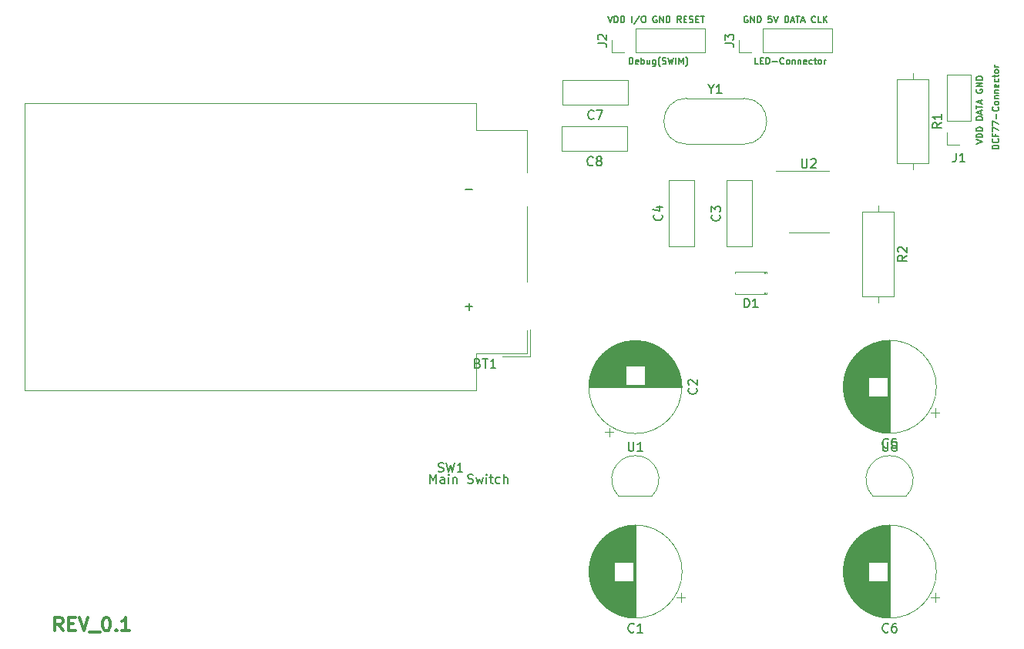
<source format=gbr>
%TF.GenerationSoftware,KiCad,Pcbnew,5.1.12-84ad8e8a86~92~ubuntu20.04.1*%
%TF.CreationDate,2021-12-12T14:48:12+01:00*%
%TF.ProjectId,funkwecker,66756e6b-7765-4636-9b65-722e6b696361,0.1*%
%TF.SameCoordinates,Original*%
%TF.FileFunction,Legend,Top*%
%TF.FilePolarity,Positive*%
%FSLAX46Y46*%
G04 Gerber Fmt 4.6, Leading zero omitted, Abs format (unit mm)*
G04 Created by KiCad (PCBNEW 5.1.12-84ad8e8a86~92~ubuntu20.04.1) date 2021-12-12 14:48:12*
%MOMM*%
%LPD*%
G01*
G04 APERTURE LIST*
%ADD10C,0.300000*%
%ADD11C,0.150000*%
%ADD12C,0.120000*%
G04 APERTURE END LIST*
D10*
X94067714Y-122598571D02*
X93567714Y-121884285D01*
X93210571Y-122598571D02*
X93210571Y-121098571D01*
X93782000Y-121098571D01*
X93924857Y-121170000D01*
X93996285Y-121241428D01*
X94067714Y-121384285D01*
X94067714Y-121598571D01*
X93996285Y-121741428D01*
X93924857Y-121812857D01*
X93782000Y-121884285D01*
X93210571Y-121884285D01*
X94710571Y-121812857D02*
X95210571Y-121812857D01*
X95424857Y-122598571D02*
X94710571Y-122598571D01*
X94710571Y-121098571D01*
X95424857Y-121098571D01*
X95853428Y-121098571D02*
X96353428Y-122598571D01*
X96853428Y-121098571D01*
X96996285Y-122741428D02*
X98139142Y-122741428D01*
X98782000Y-121098571D02*
X98924857Y-121098571D01*
X99067714Y-121170000D01*
X99139142Y-121241428D01*
X99210571Y-121384285D01*
X99282000Y-121670000D01*
X99282000Y-122027142D01*
X99210571Y-122312857D01*
X99139142Y-122455714D01*
X99067714Y-122527142D01*
X98924857Y-122598571D01*
X98782000Y-122598571D01*
X98639142Y-122527142D01*
X98567714Y-122455714D01*
X98496285Y-122312857D01*
X98424857Y-122027142D01*
X98424857Y-121670000D01*
X98496285Y-121384285D01*
X98567714Y-121241428D01*
X98639142Y-121170000D01*
X98782000Y-121098571D01*
X99924857Y-122455714D02*
X99996285Y-122527142D01*
X99924857Y-122598571D01*
X99853428Y-122527142D01*
X99924857Y-122455714D01*
X99924857Y-122598571D01*
X101424857Y-122598571D02*
X100567714Y-122598571D01*
X100996285Y-122598571D02*
X100996285Y-121098571D01*
X100853428Y-121312857D01*
X100710571Y-121455714D01*
X100567714Y-121527142D01*
D11*
X134422095Y-106370380D02*
X134422095Y-105370380D01*
X134755428Y-106084666D01*
X135088761Y-105370380D01*
X135088761Y-106370380D01*
X135993523Y-106370380D02*
X135993523Y-105846571D01*
X135945904Y-105751333D01*
X135850666Y-105703714D01*
X135660190Y-105703714D01*
X135564952Y-105751333D01*
X135993523Y-106322761D02*
X135898285Y-106370380D01*
X135660190Y-106370380D01*
X135564952Y-106322761D01*
X135517333Y-106227523D01*
X135517333Y-106132285D01*
X135564952Y-106037047D01*
X135660190Y-105989428D01*
X135898285Y-105989428D01*
X135993523Y-105941809D01*
X136469714Y-106370380D02*
X136469714Y-105703714D01*
X136469714Y-105370380D02*
X136422095Y-105418000D01*
X136469714Y-105465619D01*
X136517333Y-105418000D01*
X136469714Y-105370380D01*
X136469714Y-105465619D01*
X136945904Y-105703714D02*
X136945904Y-106370380D01*
X136945904Y-105798952D02*
X136993523Y-105751333D01*
X137088761Y-105703714D01*
X137231619Y-105703714D01*
X137326857Y-105751333D01*
X137374476Y-105846571D01*
X137374476Y-106370380D01*
X138564952Y-106322761D02*
X138707809Y-106370380D01*
X138945904Y-106370380D01*
X139041142Y-106322761D01*
X139088761Y-106275142D01*
X139136380Y-106179904D01*
X139136380Y-106084666D01*
X139088761Y-105989428D01*
X139041142Y-105941809D01*
X138945904Y-105894190D01*
X138755428Y-105846571D01*
X138660190Y-105798952D01*
X138612571Y-105751333D01*
X138564952Y-105656095D01*
X138564952Y-105560857D01*
X138612571Y-105465619D01*
X138660190Y-105418000D01*
X138755428Y-105370380D01*
X138993523Y-105370380D01*
X139136380Y-105418000D01*
X139469714Y-105703714D02*
X139660190Y-106370380D01*
X139850666Y-105894190D01*
X140041142Y-106370380D01*
X140231619Y-105703714D01*
X140612571Y-106370380D02*
X140612571Y-105703714D01*
X140612571Y-105370380D02*
X140564952Y-105418000D01*
X140612571Y-105465619D01*
X140660190Y-105418000D01*
X140612571Y-105370380D01*
X140612571Y-105465619D01*
X140945904Y-105703714D02*
X141326857Y-105703714D01*
X141088761Y-105370380D02*
X141088761Y-106227523D01*
X141136380Y-106322761D01*
X141231619Y-106370380D01*
X141326857Y-106370380D01*
X142088761Y-106322761D02*
X141993523Y-106370380D01*
X141803047Y-106370380D01*
X141707809Y-106322761D01*
X141660190Y-106275142D01*
X141612571Y-106179904D01*
X141612571Y-105894190D01*
X141660190Y-105798952D01*
X141707809Y-105751333D01*
X141803047Y-105703714D01*
X141993523Y-105703714D01*
X142088761Y-105751333D01*
X142517333Y-106370380D02*
X142517333Y-105370380D01*
X142945904Y-106370380D02*
X142945904Y-105846571D01*
X142898285Y-105751333D01*
X142803047Y-105703714D01*
X142660190Y-105703714D01*
X142564952Y-105751333D01*
X142517333Y-105798952D01*
X194434666Y-69028000D02*
X195134666Y-68794666D01*
X194434666Y-68561333D01*
X195134666Y-68328000D02*
X194434666Y-68328000D01*
X194434666Y-68161333D01*
X194468000Y-68061333D01*
X194534666Y-67994666D01*
X194601333Y-67961333D01*
X194734666Y-67928000D01*
X194834666Y-67928000D01*
X194968000Y-67961333D01*
X195034666Y-67994666D01*
X195101333Y-68061333D01*
X195134666Y-68161333D01*
X195134666Y-68328000D01*
X195134666Y-67628000D02*
X194434666Y-67628000D01*
X194434666Y-67461333D01*
X194468000Y-67361333D01*
X194534666Y-67294666D01*
X194601333Y-67261333D01*
X194734666Y-67228000D01*
X194834666Y-67228000D01*
X194968000Y-67261333D01*
X195034666Y-67294666D01*
X195101333Y-67361333D01*
X195134666Y-67461333D01*
X195134666Y-67628000D01*
X195134666Y-66394666D02*
X194434666Y-66394666D01*
X194434666Y-66228000D01*
X194468000Y-66128000D01*
X194534666Y-66061333D01*
X194601333Y-66028000D01*
X194734666Y-65994666D01*
X194834666Y-65994666D01*
X194968000Y-66028000D01*
X195034666Y-66061333D01*
X195101333Y-66128000D01*
X195134666Y-66228000D01*
X195134666Y-66394666D01*
X194934666Y-65728000D02*
X194934666Y-65394666D01*
X195134666Y-65794666D02*
X194434666Y-65561333D01*
X195134666Y-65328000D01*
X194434666Y-65194666D02*
X194434666Y-64794666D01*
X195134666Y-64994666D02*
X194434666Y-64994666D01*
X194934666Y-64594666D02*
X194934666Y-64261333D01*
X195134666Y-64661333D02*
X194434666Y-64428000D01*
X195134666Y-64194666D01*
X194468000Y-63061333D02*
X194434666Y-63128000D01*
X194434666Y-63228000D01*
X194468000Y-63328000D01*
X194534666Y-63394666D01*
X194601333Y-63428000D01*
X194734666Y-63461333D01*
X194834666Y-63461333D01*
X194968000Y-63428000D01*
X195034666Y-63394666D01*
X195101333Y-63328000D01*
X195134666Y-63228000D01*
X195134666Y-63161333D01*
X195101333Y-63061333D01*
X195068000Y-63028000D01*
X194834666Y-63028000D01*
X194834666Y-63161333D01*
X195134666Y-62728000D02*
X194434666Y-62728000D01*
X195134666Y-62328000D01*
X194434666Y-62328000D01*
X195134666Y-61994666D02*
X194434666Y-61994666D01*
X194434666Y-61828000D01*
X194468000Y-61728000D01*
X194534666Y-61661333D01*
X194601333Y-61628000D01*
X194734666Y-61594666D01*
X194834666Y-61594666D01*
X194968000Y-61628000D01*
X195034666Y-61661333D01*
X195101333Y-61728000D01*
X195134666Y-61828000D01*
X195134666Y-61994666D01*
X196912666Y-69590666D02*
X196212666Y-69590666D01*
X196212666Y-69424000D01*
X196246000Y-69324000D01*
X196312666Y-69257333D01*
X196379333Y-69224000D01*
X196512666Y-69190666D01*
X196612666Y-69190666D01*
X196746000Y-69224000D01*
X196812666Y-69257333D01*
X196879333Y-69324000D01*
X196912666Y-69424000D01*
X196912666Y-69590666D01*
X196846000Y-68490666D02*
X196879333Y-68524000D01*
X196912666Y-68624000D01*
X196912666Y-68690666D01*
X196879333Y-68790666D01*
X196812666Y-68857333D01*
X196746000Y-68890666D01*
X196612666Y-68924000D01*
X196512666Y-68924000D01*
X196379333Y-68890666D01*
X196312666Y-68857333D01*
X196246000Y-68790666D01*
X196212666Y-68690666D01*
X196212666Y-68624000D01*
X196246000Y-68524000D01*
X196279333Y-68490666D01*
X196546000Y-67957333D02*
X196546000Y-68190666D01*
X196912666Y-68190666D02*
X196212666Y-68190666D01*
X196212666Y-67857333D01*
X196212666Y-67657333D02*
X196212666Y-67190666D01*
X196912666Y-67490666D01*
X196212666Y-66990666D02*
X196212666Y-66524000D01*
X196912666Y-66824000D01*
X196646000Y-66257333D02*
X196646000Y-65724000D01*
X196846000Y-64990666D02*
X196879333Y-65024000D01*
X196912666Y-65124000D01*
X196912666Y-65190666D01*
X196879333Y-65290666D01*
X196812666Y-65357333D01*
X196746000Y-65390666D01*
X196612666Y-65424000D01*
X196512666Y-65424000D01*
X196379333Y-65390666D01*
X196312666Y-65357333D01*
X196246000Y-65290666D01*
X196212666Y-65190666D01*
X196212666Y-65124000D01*
X196246000Y-65024000D01*
X196279333Y-64990666D01*
X196912666Y-64590666D02*
X196879333Y-64657333D01*
X196846000Y-64690666D01*
X196779333Y-64724000D01*
X196579333Y-64724000D01*
X196512666Y-64690666D01*
X196479333Y-64657333D01*
X196446000Y-64590666D01*
X196446000Y-64490666D01*
X196479333Y-64424000D01*
X196512666Y-64390666D01*
X196579333Y-64357333D01*
X196779333Y-64357333D01*
X196846000Y-64390666D01*
X196879333Y-64424000D01*
X196912666Y-64490666D01*
X196912666Y-64590666D01*
X196446000Y-64057333D02*
X196912666Y-64057333D01*
X196512666Y-64057333D02*
X196479333Y-64024000D01*
X196446000Y-63957333D01*
X196446000Y-63857333D01*
X196479333Y-63790666D01*
X196546000Y-63757333D01*
X196912666Y-63757333D01*
X196446000Y-63424000D02*
X196912666Y-63424000D01*
X196512666Y-63424000D02*
X196479333Y-63390666D01*
X196446000Y-63324000D01*
X196446000Y-63224000D01*
X196479333Y-63157333D01*
X196546000Y-63124000D01*
X196912666Y-63124000D01*
X196879333Y-62524000D02*
X196912666Y-62590666D01*
X196912666Y-62724000D01*
X196879333Y-62790666D01*
X196812666Y-62824000D01*
X196546000Y-62824000D01*
X196479333Y-62790666D01*
X196446000Y-62724000D01*
X196446000Y-62590666D01*
X196479333Y-62524000D01*
X196546000Y-62490666D01*
X196612666Y-62490666D01*
X196679333Y-62824000D01*
X196879333Y-61890666D02*
X196912666Y-61957333D01*
X196912666Y-62090666D01*
X196879333Y-62157333D01*
X196846000Y-62190666D01*
X196779333Y-62224000D01*
X196579333Y-62224000D01*
X196512666Y-62190666D01*
X196479333Y-62157333D01*
X196446000Y-62090666D01*
X196446000Y-61957333D01*
X196479333Y-61890666D01*
X196446000Y-61690666D02*
X196446000Y-61424000D01*
X196212666Y-61590666D02*
X196812666Y-61590666D01*
X196879333Y-61557333D01*
X196912666Y-61490666D01*
X196912666Y-61424000D01*
X196912666Y-61090666D02*
X196879333Y-61157333D01*
X196846000Y-61190666D01*
X196779333Y-61224000D01*
X196579333Y-61224000D01*
X196512666Y-61190666D01*
X196479333Y-61157333D01*
X196446000Y-61090666D01*
X196446000Y-60990666D01*
X196479333Y-60924000D01*
X196512666Y-60890666D01*
X196579333Y-60857333D01*
X196779333Y-60857333D01*
X196846000Y-60890666D01*
X196879333Y-60924000D01*
X196912666Y-60990666D01*
X196912666Y-61090666D01*
X196912666Y-60557333D02*
X196446000Y-60557333D01*
X196579333Y-60557333D02*
X196512666Y-60524000D01*
X196479333Y-60490666D01*
X196446000Y-60424000D01*
X196446000Y-60357333D01*
X153974666Y-54988666D02*
X154208000Y-55688666D01*
X154441333Y-54988666D01*
X154674666Y-55688666D02*
X154674666Y-54988666D01*
X154841333Y-54988666D01*
X154941333Y-55022000D01*
X155008000Y-55088666D01*
X155041333Y-55155333D01*
X155074666Y-55288666D01*
X155074666Y-55388666D01*
X155041333Y-55522000D01*
X155008000Y-55588666D01*
X154941333Y-55655333D01*
X154841333Y-55688666D01*
X154674666Y-55688666D01*
X155374666Y-55688666D02*
X155374666Y-54988666D01*
X155541333Y-54988666D01*
X155641333Y-55022000D01*
X155708000Y-55088666D01*
X155741333Y-55155333D01*
X155774666Y-55288666D01*
X155774666Y-55388666D01*
X155741333Y-55522000D01*
X155708000Y-55588666D01*
X155641333Y-55655333D01*
X155541333Y-55688666D01*
X155374666Y-55688666D01*
X156608000Y-55688666D02*
X156608000Y-54988666D01*
X157441333Y-54955333D02*
X156841333Y-55855333D01*
X157808000Y-54988666D02*
X157941333Y-54988666D01*
X158008000Y-55022000D01*
X158074666Y-55088666D01*
X158108000Y-55222000D01*
X158108000Y-55455333D01*
X158074666Y-55588666D01*
X158008000Y-55655333D01*
X157941333Y-55688666D01*
X157808000Y-55688666D01*
X157741333Y-55655333D01*
X157674666Y-55588666D01*
X157641333Y-55455333D01*
X157641333Y-55222000D01*
X157674666Y-55088666D01*
X157741333Y-55022000D01*
X157808000Y-54988666D01*
X159308000Y-55022000D02*
X159241333Y-54988666D01*
X159141333Y-54988666D01*
X159041333Y-55022000D01*
X158974666Y-55088666D01*
X158941333Y-55155333D01*
X158908000Y-55288666D01*
X158908000Y-55388666D01*
X158941333Y-55522000D01*
X158974666Y-55588666D01*
X159041333Y-55655333D01*
X159141333Y-55688666D01*
X159208000Y-55688666D01*
X159308000Y-55655333D01*
X159341333Y-55622000D01*
X159341333Y-55388666D01*
X159208000Y-55388666D01*
X159641333Y-55688666D02*
X159641333Y-54988666D01*
X160041333Y-55688666D01*
X160041333Y-54988666D01*
X160374666Y-55688666D02*
X160374666Y-54988666D01*
X160541333Y-54988666D01*
X160641333Y-55022000D01*
X160708000Y-55088666D01*
X160741333Y-55155333D01*
X160774666Y-55288666D01*
X160774666Y-55388666D01*
X160741333Y-55522000D01*
X160708000Y-55588666D01*
X160641333Y-55655333D01*
X160541333Y-55688666D01*
X160374666Y-55688666D01*
X162008000Y-55688666D02*
X161774666Y-55355333D01*
X161608000Y-55688666D02*
X161608000Y-54988666D01*
X161874666Y-54988666D01*
X161941333Y-55022000D01*
X161974666Y-55055333D01*
X162008000Y-55122000D01*
X162008000Y-55222000D01*
X161974666Y-55288666D01*
X161941333Y-55322000D01*
X161874666Y-55355333D01*
X161608000Y-55355333D01*
X162308000Y-55322000D02*
X162541333Y-55322000D01*
X162641333Y-55688666D02*
X162308000Y-55688666D01*
X162308000Y-54988666D01*
X162641333Y-54988666D01*
X162908000Y-55655333D02*
X163008000Y-55688666D01*
X163174666Y-55688666D01*
X163241333Y-55655333D01*
X163274666Y-55622000D01*
X163308000Y-55555333D01*
X163308000Y-55488666D01*
X163274666Y-55422000D01*
X163241333Y-55388666D01*
X163174666Y-55355333D01*
X163041333Y-55322000D01*
X162974666Y-55288666D01*
X162941333Y-55255333D01*
X162908000Y-55188666D01*
X162908000Y-55122000D01*
X162941333Y-55055333D01*
X162974666Y-55022000D01*
X163041333Y-54988666D01*
X163208000Y-54988666D01*
X163308000Y-55022000D01*
X163608000Y-55322000D02*
X163841333Y-55322000D01*
X163941333Y-55688666D02*
X163608000Y-55688666D01*
X163608000Y-54988666D01*
X163941333Y-54988666D01*
X164141333Y-54988666D02*
X164541333Y-54988666D01*
X164341333Y-55688666D02*
X164341333Y-54988666D01*
X156312000Y-60260666D02*
X156312000Y-59560666D01*
X156478666Y-59560666D01*
X156578666Y-59594000D01*
X156645333Y-59660666D01*
X156678666Y-59727333D01*
X156712000Y-59860666D01*
X156712000Y-59960666D01*
X156678666Y-60094000D01*
X156645333Y-60160666D01*
X156578666Y-60227333D01*
X156478666Y-60260666D01*
X156312000Y-60260666D01*
X157278666Y-60227333D02*
X157212000Y-60260666D01*
X157078666Y-60260666D01*
X157012000Y-60227333D01*
X156978666Y-60160666D01*
X156978666Y-59894000D01*
X157012000Y-59827333D01*
X157078666Y-59794000D01*
X157212000Y-59794000D01*
X157278666Y-59827333D01*
X157312000Y-59894000D01*
X157312000Y-59960666D01*
X156978666Y-60027333D01*
X157612000Y-60260666D02*
X157612000Y-59560666D01*
X157612000Y-59827333D02*
X157678666Y-59794000D01*
X157812000Y-59794000D01*
X157878666Y-59827333D01*
X157912000Y-59860666D01*
X157945333Y-59927333D01*
X157945333Y-60127333D01*
X157912000Y-60194000D01*
X157878666Y-60227333D01*
X157812000Y-60260666D01*
X157678666Y-60260666D01*
X157612000Y-60227333D01*
X158545333Y-59794000D02*
X158545333Y-60260666D01*
X158245333Y-59794000D02*
X158245333Y-60160666D01*
X158278666Y-60227333D01*
X158345333Y-60260666D01*
X158445333Y-60260666D01*
X158512000Y-60227333D01*
X158545333Y-60194000D01*
X159178666Y-59794000D02*
X159178666Y-60360666D01*
X159145333Y-60427333D01*
X159112000Y-60460666D01*
X159045333Y-60494000D01*
X158945333Y-60494000D01*
X158878666Y-60460666D01*
X159178666Y-60227333D02*
X159112000Y-60260666D01*
X158978666Y-60260666D01*
X158912000Y-60227333D01*
X158878666Y-60194000D01*
X158845333Y-60127333D01*
X158845333Y-59927333D01*
X158878666Y-59860666D01*
X158912000Y-59827333D01*
X158978666Y-59794000D01*
X159112000Y-59794000D01*
X159178666Y-59827333D01*
X159712000Y-60527333D02*
X159678666Y-60494000D01*
X159612000Y-60394000D01*
X159578666Y-60327333D01*
X159545333Y-60227333D01*
X159512000Y-60060666D01*
X159512000Y-59927333D01*
X159545333Y-59760666D01*
X159578666Y-59660666D01*
X159612000Y-59594000D01*
X159678666Y-59494000D01*
X159712000Y-59460666D01*
X159945333Y-60227333D02*
X160045333Y-60260666D01*
X160212000Y-60260666D01*
X160278666Y-60227333D01*
X160312000Y-60194000D01*
X160345333Y-60127333D01*
X160345333Y-60060666D01*
X160312000Y-59994000D01*
X160278666Y-59960666D01*
X160212000Y-59927333D01*
X160078666Y-59894000D01*
X160012000Y-59860666D01*
X159978666Y-59827333D01*
X159945333Y-59760666D01*
X159945333Y-59694000D01*
X159978666Y-59627333D01*
X160012000Y-59594000D01*
X160078666Y-59560666D01*
X160245333Y-59560666D01*
X160345333Y-59594000D01*
X160578666Y-59560666D02*
X160745333Y-60260666D01*
X160878666Y-59760666D01*
X161012000Y-60260666D01*
X161178666Y-59560666D01*
X161445333Y-60260666D02*
X161445333Y-59560666D01*
X161778666Y-60260666D02*
X161778666Y-59560666D01*
X162012000Y-60060666D01*
X162245333Y-59560666D01*
X162245333Y-60260666D01*
X162512000Y-60527333D02*
X162545333Y-60494000D01*
X162612000Y-60394000D01*
X162645333Y-60327333D01*
X162678666Y-60227333D01*
X162712000Y-60060666D01*
X162712000Y-59927333D01*
X162678666Y-59760666D01*
X162645333Y-59660666D01*
X162612000Y-59594000D01*
X162545333Y-59494000D01*
X162512000Y-59460666D01*
X169315333Y-55022000D02*
X169248666Y-54988666D01*
X169148666Y-54988666D01*
X169048666Y-55022000D01*
X168982000Y-55088666D01*
X168948666Y-55155333D01*
X168915333Y-55288666D01*
X168915333Y-55388666D01*
X168948666Y-55522000D01*
X168982000Y-55588666D01*
X169048666Y-55655333D01*
X169148666Y-55688666D01*
X169215333Y-55688666D01*
X169315333Y-55655333D01*
X169348666Y-55622000D01*
X169348666Y-55388666D01*
X169215333Y-55388666D01*
X169648666Y-55688666D02*
X169648666Y-54988666D01*
X170048666Y-55688666D01*
X170048666Y-54988666D01*
X170382000Y-55688666D02*
X170382000Y-54988666D01*
X170548666Y-54988666D01*
X170648666Y-55022000D01*
X170715333Y-55088666D01*
X170748666Y-55155333D01*
X170782000Y-55288666D01*
X170782000Y-55388666D01*
X170748666Y-55522000D01*
X170715333Y-55588666D01*
X170648666Y-55655333D01*
X170548666Y-55688666D01*
X170382000Y-55688666D01*
X171948666Y-54988666D02*
X171615333Y-54988666D01*
X171582000Y-55322000D01*
X171615333Y-55288666D01*
X171682000Y-55255333D01*
X171848666Y-55255333D01*
X171915333Y-55288666D01*
X171948666Y-55322000D01*
X171982000Y-55388666D01*
X171982000Y-55555333D01*
X171948666Y-55622000D01*
X171915333Y-55655333D01*
X171848666Y-55688666D01*
X171682000Y-55688666D01*
X171615333Y-55655333D01*
X171582000Y-55622000D01*
X172182000Y-54988666D02*
X172415333Y-55688666D01*
X172648666Y-54988666D01*
X173415333Y-55688666D02*
X173415333Y-54988666D01*
X173582000Y-54988666D01*
X173682000Y-55022000D01*
X173748666Y-55088666D01*
X173782000Y-55155333D01*
X173815333Y-55288666D01*
X173815333Y-55388666D01*
X173782000Y-55522000D01*
X173748666Y-55588666D01*
X173682000Y-55655333D01*
X173582000Y-55688666D01*
X173415333Y-55688666D01*
X174082000Y-55488666D02*
X174415333Y-55488666D01*
X174015333Y-55688666D02*
X174248666Y-54988666D01*
X174482000Y-55688666D01*
X174615333Y-54988666D02*
X175015333Y-54988666D01*
X174815333Y-55688666D02*
X174815333Y-54988666D01*
X175215333Y-55488666D02*
X175548666Y-55488666D01*
X175148666Y-55688666D02*
X175382000Y-54988666D01*
X175615333Y-55688666D01*
X176782000Y-55622000D02*
X176748666Y-55655333D01*
X176648666Y-55688666D01*
X176582000Y-55688666D01*
X176482000Y-55655333D01*
X176415333Y-55588666D01*
X176382000Y-55522000D01*
X176348666Y-55388666D01*
X176348666Y-55288666D01*
X176382000Y-55155333D01*
X176415333Y-55088666D01*
X176482000Y-55022000D01*
X176582000Y-54988666D01*
X176648666Y-54988666D01*
X176748666Y-55022000D01*
X176782000Y-55055333D01*
X177415333Y-55688666D02*
X177082000Y-55688666D01*
X177082000Y-54988666D01*
X177648666Y-55688666D02*
X177648666Y-54988666D01*
X178048666Y-55688666D02*
X177748666Y-55288666D01*
X178048666Y-54988666D02*
X177648666Y-55388666D01*
X170473333Y-60260666D02*
X170140000Y-60260666D01*
X170140000Y-59560666D01*
X170706666Y-59894000D02*
X170940000Y-59894000D01*
X171040000Y-60260666D02*
X170706666Y-60260666D01*
X170706666Y-59560666D01*
X171040000Y-59560666D01*
X171340000Y-60260666D02*
X171340000Y-59560666D01*
X171506666Y-59560666D01*
X171606666Y-59594000D01*
X171673333Y-59660666D01*
X171706666Y-59727333D01*
X171740000Y-59860666D01*
X171740000Y-59960666D01*
X171706666Y-60094000D01*
X171673333Y-60160666D01*
X171606666Y-60227333D01*
X171506666Y-60260666D01*
X171340000Y-60260666D01*
X172040000Y-59994000D02*
X172573333Y-59994000D01*
X173306666Y-60194000D02*
X173273333Y-60227333D01*
X173173333Y-60260666D01*
X173106666Y-60260666D01*
X173006666Y-60227333D01*
X172940000Y-60160666D01*
X172906666Y-60094000D01*
X172873333Y-59960666D01*
X172873333Y-59860666D01*
X172906666Y-59727333D01*
X172940000Y-59660666D01*
X173006666Y-59594000D01*
X173106666Y-59560666D01*
X173173333Y-59560666D01*
X173273333Y-59594000D01*
X173306666Y-59627333D01*
X173706666Y-60260666D02*
X173640000Y-60227333D01*
X173606666Y-60194000D01*
X173573333Y-60127333D01*
X173573333Y-59927333D01*
X173606666Y-59860666D01*
X173640000Y-59827333D01*
X173706666Y-59794000D01*
X173806666Y-59794000D01*
X173873333Y-59827333D01*
X173906666Y-59860666D01*
X173940000Y-59927333D01*
X173940000Y-60127333D01*
X173906666Y-60194000D01*
X173873333Y-60227333D01*
X173806666Y-60260666D01*
X173706666Y-60260666D01*
X174240000Y-59794000D02*
X174240000Y-60260666D01*
X174240000Y-59860666D02*
X174273333Y-59827333D01*
X174340000Y-59794000D01*
X174440000Y-59794000D01*
X174506666Y-59827333D01*
X174540000Y-59894000D01*
X174540000Y-60260666D01*
X174873333Y-59794000D02*
X174873333Y-60260666D01*
X174873333Y-59860666D02*
X174906666Y-59827333D01*
X174973333Y-59794000D01*
X175073333Y-59794000D01*
X175140000Y-59827333D01*
X175173333Y-59894000D01*
X175173333Y-60260666D01*
X175773333Y-60227333D02*
X175706666Y-60260666D01*
X175573333Y-60260666D01*
X175506666Y-60227333D01*
X175473333Y-60160666D01*
X175473333Y-59894000D01*
X175506666Y-59827333D01*
X175573333Y-59794000D01*
X175706666Y-59794000D01*
X175773333Y-59827333D01*
X175806666Y-59894000D01*
X175806666Y-59960666D01*
X175473333Y-60027333D01*
X176406666Y-60227333D02*
X176340000Y-60260666D01*
X176206666Y-60260666D01*
X176140000Y-60227333D01*
X176106666Y-60194000D01*
X176073333Y-60127333D01*
X176073333Y-59927333D01*
X176106666Y-59860666D01*
X176140000Y-59827333D01*
X176206666Y-59794000D01*
X176340000Y-59794000D01*
X176406666Y-59827333D01*
X176606666Y-59794000D02*
X176873333Y-59794000D01*
X176706666Y-59560666D02*
X176706666Y-60160666D01*
X176740000Y-60227333D01*
X176806666Y-60260666D01*
X176873333Y-60260666D01*
X177206666Y-60260666D02*
X177140000Y-60227333D01*
X177106666Y-60194000D01*
X177073333Y-60127333D01*
X177073333Y-59927333D01*
X177106666Y-59860666D01*
X177140000Y-59827333D01*
X177206666Y-59794000D01*
X177306666Y-59794000D01*
X177373333Y-59827333D01*
X177406666Y-59860666D01*
X177440000Y-59927333D01*
X177440000Y-60127333D01*
X177406666Y-60194000D01*
X177373333Y-60227333D01*
X177306666Y-60260666D01*
X177206666Y-60260666D01*
X177740000Y-60260666D02*
X177740000Y-59794000D01*
X177740000Y-59927333D02*
X177773333Y-59860666D01*
X177806666Y-59827333D01*
X177873333Y-59794000D01*
X177940000Y-59794000D01*
D12*
%TO.C,BT1*%
X145402000Y-92418000D02*
X142402000Y-92418000D01*
X145402000Y-92418000D02*
X145402000Y-89418000D01*
X145062000Y-67488000D02*
X145062000Y-72168000D01*
X145062000Y-84218000D02*
X145062000Y-75868000D01*
X145062000Y-92078000D02*
X145062000Y-89518000D01*
X139462000Y-92078000D02*
X145062000Y-92078000D01*
X139462000Y-96178000D02*
X139462000Y-92078000D01*
X89902000Y-96178000D02*
X139462000Y-96178000D01*
X139462000Y-67488000D02*
X145062000Y-67488000D01*
X139462000Y-64588000D02*
X139462000Y-67488000D01*
X89902000Y-64588000D02*
X139462000Y-64588000D01*
X89902000Y-64588000D02*
X89902000Y-96178000D01*
%TO.C,C1*%
X162112000Y-116078000D02*
G75*
G03*
X162112000Y-116078000I-5120000J0D01*
G01*
X156992000Y-121158000D02*
X156992000Y-110998000D01*
X156952000Y-121158000D02*
X156952000Y-110998000D01*
X156912000Y-121158000D02*
X156912000Y-110998000D01*
X156872000Y-121157000D02*
X156872000Y-110999000D01*
X156832000Y-121156000D02*
X156832000Y-111000000D01*
X156792000Y-121155000D02*
X156792000Y-111001000D01*
X156752000Y-121153000D02*
X156752000Y-117118000D01*
X156752000Y-115038000D02*
X156752000Y-111003000D01*
X156712000Y-121151000D02*
X156712000Y-117118000D01*
X156712000Y-115038000D02*
X156712000Y-111005000D01*
X156672000Y-121148000D02*
X156672000Y-117118000D01*
X156672000Y-115038000D02*
X156672000Y-111008000D01*
X156632000Y-121146000D02*
X156632000Y-117118000D01*
X156632000Y-115038000D02*
X156632000Y-111010000D01*
X156592000Y-121143000D02*
X156592000Y-117118000D01*
X156592000Y-115038000D02*
X156592000Y-111013000D01*
X156552000Y-121140000D02*
X156552000Y-117118000D01*
X156552000Y-115038000D02*
X156552000Y-111016000D01*
X156512000Y-121136000D02*
X156512000Y-117118000D01*
X156512000Y-115038000D02*
X156512000Y-111020000D01*
X156472000Y-121132000D02*
X156472000Y-117118000D01*
X156472000Y-115038000D02*
X156472000Y-111024000D01*
X156432000Y-121128000D02*
X156432000Y-117118000D01*
X156432000Y-115038000D02*
X156432000Y-111028000D01*
X156392000Y-121123000D02*
X156392000Y-117118000D01*
X156392000Y-115038000D02*
X156392000Y-111033000D01*
X156352000Y-121118000D02*
X156352000Y-117118000D01*
X156352000Y-115038000D02*
X156352000Y-111038000D01*
X156312000Y-121113000D02*
X156312000Y-117118000D01*
X156312000Y-115038000D02*
X156312000Y-111043000D01*
X156271000Y-121108000D02*
X156271000Y-117118000D01*
X156271000Y-115038000D02*
X156271000Y-111048000D01*
X156231000Y-121102000D02*
X156231000Y-117118000D01*
X156231000Y-115038000D02*
X156231000Y-111054000D01*
X156191000Y-121096000D02*
X156191000Y-117118000D01*
X156191000Y-115038000D02*
X156191000Y-111060000D01*
X156151000Y-121089000D02*
X156151000Y-117118000D01*
X156151000Y-115038000D02*
X156151000Y-111067000D01*
X156111000Y-121082000D02*
X156111000Y-117118000D01*
X156111000Y-115038000D02*
X156111000Y-111074000D01*
X156071000Y-121075000D02*
X156071000Y-117118000D01*
X156071000Y-115038000D02*
X156071000Y-111081000D01*
X156031000Y-121068000D02*
X156031000Y-117118000D01*
X156031000Y-115038000D02*
X156031000Y-111088000D01*
X155991000Y-121060000D02*
X155991000Y-117118000D01*
X155991000Y-115038000D02*
X155991000Y-111096000D01*
X155951000Y-121052000D02*
X155951000Y-117118000D01*
X155951000Y-115038000D02*
X155951000Y-111104000D01*
X155911000Y-121043000D02*
X155911000Y-117118000D01*
X155911000Y-115038000D02*
X155911000Y-111113000D01*
X155871000Y-121034000D02*
X155871000Y-117118000D01*
X155871000Y-115038000D02*
X155871000Y-111122000D01*
X155831000Y-121025000D02*
X155831000Y-117118000D01*
X155831000Y-115038000D02*
X155831000Y-111131000D01*
X155791000Y-121016000D02*
X155791000Y-117118000D01*
X155791000Y-115038000D02*
X155791000Y-111140000D01*
X155751000Y-121006000D02*
X155751000Y-117118000D01*
X155751000Y-115038000D02*
X155751000Y-111150000D01*
X155711000Y-120996000D02*
X155711000Y-117118000D01*
X155711000Y-115038000D02*
X155711000Y-111160000D01*
X155671000Y-120985000D02*
X155671000Y-117118000D01*
X155671000Y-115038000D02*
X155671000Y-111171000D01*
X155631000Y-120975000D02*
X155631000Y-117118000D01*
X155631000Y-115038000D02*
X155631000Y-111181000D01*
X155591000Y-120963000D02*
X155591000Y-117118000D01*
X155591000Y-115038000D02*
X155591000Y-111193000D01*
X155551000Y-120952000D02*
X155551000Y-117118000D01*
X155551000Y-115038000D02*
X155551000Y-111204000D01*
X155511000Y-120940000D02*
X155511000Y-117118000D01*
X155511000Y-115038000D02*
X155511000Y-111216000D01*
X155471000Y-120928000D02*
X155471000Y-117118000D01*
X155471000Y-115038000D02*
X155471000Y-111228000D01*
X155431000Y-120915000D02*
X155431000Y-117118000D01*
X155431000Y-115038000D02*
X155431000Y-111241000D01*
X155391000Y-120902000D02*
X155391000Y-117118000D01*
X155391000Y-115038000D02*
X155391000Y-111254000D01*
X155351000Y-120889000D02*
X155351000Y-117118000D01*
X155351000Y-115038000D02*
X155351000Y-111267000D01*
X155311000Y-120875000D02*
X155311000Y-117118000D01*
X155311000Y-115038000D02*
X155311000Y-111281000D01*
X155271000Y-120861000D02*
X155271000Y-117118000D01*
X155271000Y-115038000D02*
X155271000Y-111295000D01*
X155231000Y-120846000D02*
X155231000Y-117118000D01*
X155231000Y-115038000D02*
X155231000Y-111310000D01*
X155191000Y-120832000D02*
X155191000Y-117118000D01*
X155191000Y-115038000D02*
X155191000Y-111324000D01*
X155151000Y-120816000D02*
X155151000Y-117118000D01*
X155151000Y-115038000D02*
X155151000Y-111340000D01*
X155111000Y-120801000D02*
X155111000Y-117118000D01*
X155111000Y-115038000D02*
X155111000Y-111355000D01*
X155071000Y-120785000D02*
X155071000Y-117118000D01*
X155071000Y-115038000D02*
X155071000Y-111371000D01*
X155031000Y-120768000D02*
X155031000Y-117118000D01*
X155031000Y-115038000D02*
X155031000Y-111388000D01*
X154991000Y-120752000D02*
X154991000Y-117118000D01*
X154991000Y-115038000D02*
X154991000Y-111404000D01*
X154951000Y-120735000D02*
X154951000Y-117118000D01*
X154951000Y-115038000D02*
X154951000Y-111421000D01*
X154911000Y-120717000D02*
X154911000Y-117118000D01*
X154911000Y-115038000D02*
X154911000Y-111439000D01*
X154871000Y-120699000D02*
X154871000Y-117118000D01*
X154871000Y-115038000D02*
X154871000Y-111457000D01*
X154831000Y-120681000D02*
X154831000Y-117118000D01*
X154831000Y-115038000D02*
X154831000Y-111475000D01*
X154791000Y-120662000D02*
X154791000Y-117118000D01*
X154791000Y-115038000D02*
X154791000Y-111494000D01*
X154751000Y-120642000D02*
X154751000Y-117118000D01*
X154751000Y-115038000D02*
X154751000Y-111514000D01*
X154711000Y-120623000D02*
X154711000Y-117118000D01*
X154711000Y-115038000D02*
X154711000Y-111533000D01*
X154671000Y-120603000D02*
X154671000Y-111553000D01*
X154631000Y-120582000D02*
X154631000Y-111574000D01*
X154591000Y-120561000D02*
X154591000Y-111595000D01*
X154551000Y-120540000D02*
X154551000Y-111616000D01*
X154511000Y-120518000D02*
X154511000Y-111638000D01*
X154471000Y-120495000D02*
X154471000Y-111661000D01*
X154431000Y-120473000D02*
X154431000Y-111683000D01*
X154391000Y-120449000D02*
X154391000Y-111707000D01*
X154351000Y-120425000D02*
X154351000Y-111731000D01*
X154311000Y-120401000D02*
X154311000Y-111755000D01*
X154271000Y-120376000D02*
X154271000Y-111780000D01*
X154231000Y-120351000D02*
X154231000Y-111805000D01*
X154191000Y-120325000D02*
X154191000Y-111831000D01*
X154151000Y-120299000D02*
X154151000Y-111857000D01*
X154111000Y-120272000D02*
X154111000Y-111884000D01*
X154071000Y-120244000D02*
X154071000Y-111912000D01*
X154031000Y-120216000D02*
X154031000Y-111940000D01*
X153991000Y-120188000D02*
X153991000Y-111968000D01*
X153951000Y-120158000D02*
X153951000Y-111998000D01*
X153911000Y-120128000D02*
X153911000Y-112028000D01*
X153871000Y-120098000D02*
X153871000Y-112058000D01*
X153831000Y-120067000D02*
X153831000Y-112089000D01*
X153791000Y-120035000D02*
X153791000Y-112121000D01*
X153751000Y-120003000D02*
X153751000Y-112153000D01*
X153711000Y-119970000D02*
X153711000Y-112186000D01*
X153671000Y-119936000D02*
X153671000Y-112220000D01*
X153631000Y-119902000D02*
X153631000Y-112254000D01*
X153591000Y-119867000D02*
X153591000Y-112289000D01*
X153551000Y-119831000D02*
X153551000Y-112325000D01*
X153511000Y-119794000D02*
X153511000Y-112362000D01*
X153471000Y-119757000D02*
X153471000Y-112399000D01*
X153431000Y-119718000D02*
X153431000Y-112438000D01*
X153391000Y-119679000D02*
X153391000Y-112477000D01*
X153351000Y-119639000D02*
X153351000Y-112517000D01*
X153311000Y-119598000D02*
X153311000Y-112558000D01*
X153271000Y-119556000D02*
X153271000Y-112600000D01*
X153231000Y-119514000D02*
X153231000Y-112642000D01*
X153191000Y-119470000D02*
X153191000Y-112686000D01*
X153151000Y-119425000D02*
X153151000Y-112731000D01*
X153111000Y-119379000D02*
X153111000Y-112777000D01*
X153071000Y-119332000D02*
X153071000Y-112824000D01*
X153031000Y-119284000D02*
X153031000Y-112872000D01*
X152991000Y-119234000D02*
X152991000Y-112922000D01*
X152951000Y-119184000D02*
X152951000Y-112972000D01*
X152911000Y-119132000D02*
X152911000Y-113024000D01*
X152871000Y-119078000D02*
X152871000Y-113078000D01*
X152831000Y-119023000D02*
X152831000Y-113133000D01*
X152791000Y-118967000D02*
X152791000Y-113189000D01*
X152751000Y-118908000D02*
X152751000Y-113248000D01*
X152711000Y-118848000D02*
X152711000Y-113308000D01*
X152671000Y-118787000D02*
X152671000Y-113369000D01*
X152631000Y-118723000D02*
X152631000Y-113433000D01*
X152591000Y-118657000D02*
X152591000Y-113499000D01*
X152551000Y-118588000D02*
X152551000Y-113568000D01*
X152511000Y-118517000D02*
X152511000Y-113639000D01*
X152471000Y-118443000D02*
X152471000Y-113713000D01*
X152431000Y-118367000D02*
X152431000Y-113789000D01*
X152391000Y-118287000D02*
X152391000Y-113869000D01*
X152351000Y-118203000D02*
X152351000Y-113953000D01*
X152311000Y-118115000D02*
X152311000Y-114041000D01*
X152271000Y-118022000D02*
X152271000Y-114134000D01*
X152231000Y-117924000D02*
X152231000Y-114232000D01*
X152191000Y-117820000D02*
X152191000Y-114336000D01*
X152151000Y-117708000D02*
X152151000Y-114448000D01*
X152111000Y-117588000D02*
X152111000Y-114568000D01*
X152071000Y-117456000D02*
X152071000Y-114700000D01*
X152031000Y-117308000D02*
X152031000Y-114848000D01*
X151991000Y-117140000D02*
X151991000Y-115016000D01*
X151951000Y-116940000D02*
X151951000Y-115216000D01*
X151911000Y-116677000D02*
X151911000Y-115479000D01*
X162471646Y-118953000D02*
X161471646Y-118953000D01*
X161971646Y-119453000D02*
X161971646Y-118453000D01*
%TO.C,C2*%
X153597000Y-100757646D02*
X154597000Y-100757646D01*
X154097000Y-101257646D02*
X154097000Y-100257646D01*
X156373000Y-90697000D02*
X157571000Y-90697000D01*
X156110000Y-90737000D02*
X157834000Y-90737000D01*
X155910000Y-90777000D02*
X158034000Y-90777000D01*
X155742000Y-90817000D02*
X158202000Y-90817000D01*
X155594000Y-90857000D02*
X158350000Y-90857000D01*
X155462000Y-90897000D02*
X158482000Y-90897000D01*
X155342000Y-90937000D02*
X158602000Y-90937000D01*
X155230000Y-90977000D02*
X158714000Y-90977000D01*
X155126000Y-91017000D02*
X158818000Y-91017000D01*
X155028000Y-91057000D02*
X158916000Y-91057000D01*
X154935000Y-91097000D02*
X159009000Y-91097000D01*
X154847000Y-91137000D02*
X159097000Y-91137000D01*
X154763000Y-91177000D02*
X159181000Y-91177000D01*
X154683000Y-91217000D02*
X159261000Y-91217000D01*
X154607000Y-91257000D02*
X159337000Y-91257000D01*
X154533000Y-91297000D02*
X159411000Y-91297000D01*
X154462000Y-91337000D02*
X159482000Y-91337000D01*
X154393000Y-91377000D02*
X159551000Y-91377000D01*
X154327000Y-91417000D02*
X159617000Y-91417000D01*
X154263000Y-91457000D02*
X159681000Y-91457000D01*
X154202000Y-91497000D02*
X159742000Y-91497000D01*
X154142000Y-91537000D02*
X159802000Y-91537000D01*
X154083000Y-91577000D02*
X159861000Y-91577000D01*
X154027000Y-91617000D02*
X159917000Y-91617000D01*
X153972000Y-91657000D02*
X159972000Y-91657000D01*
X153918000Y-91697000D02*
X160026000Y-91697000D01*
X153866000Y-91737000D02*
X160078000Y-91737000D01*
X153816000Y-91777000D02*
X160128000Y-91777000D01*
X153766000Y-91817000D02*
X160178000Y-91817000D01*
X153718000Y-91857000D02*
X160226000Y-91857000D01*
X153671000Y-91897000D02*
X160273000Y-91897000D01*
X153625000Y-91937000D02*
X160319000Y-91937000D01*
X153580000Y-91977000D02*
X160364000Y-91977000D01*
X153536000Y-92017000D02*
X160408000Y-92017000D01*
X153494000Y-92057000D02*
X160450000Y-92057000D01*
X153452000Y-92097000D02*
X160492000Y-92097000D01*
X153411000Y-92137000D02*
X160533000Y-92137000D01*
X153371000Y-92177000D02*
X160573000Y-92177000D01*
X153332000Y-92217000D02*
X160612000Y-92217000D01*
X153293000Y-92257000D02*
X160651000Y-92257000D01*
X153256000Y-92297000D02*
X160688000Y-92297000D01*
X153219000Y-92337000D02*
X160725000Y-92337000D01*
X153183000Y-92377000D02*
X160761000Y-92377000D01*
X153148000Y-92417000D02*
X160796000Y-92417000D01*
X153114000Y-92457000D02*
X160830000Y-92457000D01*
X153080000Y-92497000D02*
X160864000Y-92497000D01*
X153047000Y-92537000D02*
X160897000Y-92537000D01*
X153015000Y-92577000D02*
X160929000Y-92577000D01*
X152983000Y-92617000D02*
X160961000Y-92617000D01*
X152952000Y-92657000D02*
X160992000Y-92657000D01*
X152922000Y-92697000D02*
X161022000Y-92697000D01*
X152892000Y-92737000D02*
X161052000Y-92737000D01*
X152862000Y-92777000D02*
X161082000Y-92777000D01*
X152834000Y-92817000D02*
X161110000Y-92817000D01*
X152806000Y-92857000D02*
X161138000Y-92857000D01*
X152778000Y-92897000D02*
X161166000Y-92897000D01*
X152751000Y-92937000D02*
X161193000Y-92937000D01*
X152725000Y-92977000D02*
X161219000Y-92977000D01*
X152699000Y-93017000D02*
X161245000Y-93017000D01*
X152674000Y-93057000D02*
X161270000Y-93057000D01*
X152649000Y-93097000D02*
X161295000Y-93097000D01*
X152625000Y-93137000D02*
X161319000Y-93137000D01*
X152601000Y-93177000D02*
X161343000Y-93177000D01*
X152577000Y-93217000D02*
X161367000Y-93217000D01*
X152555000Y-93257000D02*
X161389000Y-93257000D01*
X152532000Y-93297000D02*
X161412000Y-93297000D01*
X152510000Y-93337000D02*
X161434000Y-93337000D01*
X152489000Y-93377000D02*
X161455000Y-93377000D01*
X152468000Y-93417000D02*
X161476000Y-93417000D01*
X152447000Y-93457000D02*
X161497000Y-93457000D01*
X158012000Y-93497000D02*
X161517000Y-93497000D01*
X152427000Y-93497000D02*
X155932000Y-93497000D01*
X158012000Y-93537000D02*
X161536000Y-93537000D01*
X152408000Y-93537000D02*
X155932000Y-93537000D01*
X158012000Y-93577000D02*
X161556000Y-93577000D01*
X152388000Y-93577000D02*
X155932000Y-93577000D01*
X158012000Y-93617000D02*
X161575000Y-93617000D01*
X152369000Y-93617000D02*
X155932000Y-93617000D01*
X158012000Y-93657000D02*
X161593000Y-93657000D01*
X152351000Y-93657000D02*
X155932000Y-93657000D01*
X158012000Y-93697000D02*
X161611000Y-93697000D01*
X152333000Y-93697000D02*
X155932000Y-93697000D01*
X158012000Y-93737000D02*
X161629000Y-93737000D01*
X152315000Y-93737000D02*
X155932000Y-93737000D01*
X158012000Y-93777000D02*
X161646000Y-93777000D01*
X152298000Y-93777000D02*
X155932000Y-93777000D01*
X158012000Y-93817000D02*
X161662000Y-93817000D01*
X152282000Y-93817000D02*
X155932000Y-93817000D01*
X158012000Y-93857000D02*
X161679000Y-93857000D01*
X152265000Y-93857000D02*
X155932000Y-93857000D01*
X158012000Y-93897000D02*
X161695000Y-93897000D01*
X152249000Y-93897000D02*
X155932000Y-93897000D01*
X158012000Y-93937000D02*
X161710000Y-93937000D01*
X152234000Y-93937000D02*
X155932000Y-93937000D01*
X158012000Y-93977000D02*
X161726000Y-93977000D01*
X152218000Y-93977000D02*
X155932000Y-93977000D01*
X158012000Y-94017000D02*
X161740000Y-94017000D01*
X152204000Y-94017000D02*
X155932000Y-94017000D01*
X158012000Y-94057000D02*
X161755000Y-94057000D01*
X152189000Y-94057000D02*
X155932000Y-94057000D01*
X158012000Y-94097000D02*
X161769000Y-94097000D01*
X152175000Y-94097000D02*
X155932000Y-94097000D01*
X158012000Y-94137000D02*
X161783000Y-94137000D01*
X152161000Y-94137000D02*
X155932000Y-94137000D01*
X158012000Y-94177000D02*
X161796000Y-94177000D01*
X152148000Y-94177000D02*
X155932000Y-94177000D01*
X158012000Y-94217000D02*
X161809000Y-94217000D01*
X152135000Y-94217000D02*
X155932000Y-94217000D01*
X158012000Y-94257000D02*
X161822000Y-94257000D01*
X152122000Y-94257000D02*
X155932000Y-94257000D01*
X158012000Y-94297000D02*
X161834000Y-94297000D01*
X152110000Y-94297000D02*
X155932000Y-94297000D01*
X158012000Y-94337000D02*
X161846000Y-94337000D01*
X152098000Y-94337000D02*
X155932000Y-94337000D01*
X158012000Y-94377000D02*
X161857000Y-94377000D01*
X152087000Y-94377000D02*
X155932000Y-94377000D01*
X158012000Y-94417000D02*
X161869000Y-94417000D01*
X152075000Y-94417000D02*
X155932000Y-94417000D01*
X158012000Y-94457000D02*
X161879000Y-94457000D01*
X152065000Y-94457000D02*
X155932000Y-94457000D01*
X158012000Y-94497000D02*
X161890000Y-94497000D01*
X152054000Y-94497000D02*
X155932000Y-94497000D01*
X158012000Y-94537000D02*
X161900000Y-94537000D01*
X152044000Y-94537000D02*
X155932000Y-94537000D01*
X158012000Y-94577000D02*
X161910000Y-94577000D01*
X152034000Y-94577000D02*
X155932000Y-94577000D01*
X158012000Y-94617000D02*
X161919000Y-94617000D01*
X152025000Y-94617000D02*
X155932000Y-94617000D01*
X158012000Y-94657000D02*
X161928000Y-94657000D01*
X152016000Y-94657000D02*
X155932000Y-94657000D01*
X158012000Y-94697000D02*
X161937000Y-94697000D01*
X152007000Y-94697000D02*
X155932000Y-94697000D01*
X158012000Y-94737000D02*
X161946000Y-94737000D01*
X151998000Y-94737000D02*
X155932000Y-94737000D01*
X158012000Y-94777000D02*
X161954000Y-94777000D01*
X151990000Y-94777000D02*
X155932000Y-94777000D01*
X158012000Y-94817000D02*
X161962000Y-94817000D01*
X151982000Y-94817000D02*
X155932000Y-94817000D01*
X158012000Y-94857000D02*
X161969000Y-94857000D01*
X151975000Y-94857000D02*
X155932000Y-94857000D01*
X158012000Y-94897000D02*
X161976000Y-94897000D01*
X151968000Y-94897000D02*
X155932000Y-94897000D01*
X158012000Y-94937000D02*
X161983000Y-94937000D01*
X151961000Y-94937000D02*
X155932000Y-94937000D01*
X158012000Y-94977000D02*
X161990000Y-94977000D01*
X151954000Y-94977000D02*
X155932000Y-94977000D01*
X158012000Y-95017000D02*
X161996000Y-95017000D01*
X151948000Y-95017000D02*
X155932000Y-95017000D01*
X158012000Y-95057000D02*
X162002000Y-95057000D01*
X151942000Y-95057000D02*
X155932000Y-95057000D01*
X158012000Y-95098000D02*
X162007000Y-95098000D01*
X151937000Y-95098000D02*
X155932000Y-95098000D01*
X158012000Y-95138000D02*
X162012000Y-95138000D01*
X151932000Y-95138000D02*
X155932000Y-95138000D01*
X158012000Y-95178000D02*
X162017000Y-95178000D01*
X151927000Y-95178000D02*
X155932000Y-95178000D01*
X158012000Y-95218000D02*
X162022000Y-95218000D01*
X151922000Y-95218000D02*
X155932000Y-95218000D01*
X158012000Y-95258000D02*
X162026000Y-95258000D01*
X151918000Y-95258000D02*
X155932000Y-95258000D01*
X158012000Y-95298000D02*
X162030000Y-95298000D01*
X151914000Y-95298000D02*
X155932000Y-95298000D01*
X158012000Y-95338000D02*
X162034000Y-95338000D01*
X151910000Y-95338000D02*
X155932000Y-95338000D01*
X158012000Y-95378000D02*
X162037000Y-95378000D01*
X151907000Y-95378000D02*
X155932000Y-95378000D01*
X158012000Y-95418000D02*
X162040000Y-95418000D01*
X151904000Y-95418000D02*
X155932000Y-95418000D01*
X158012000Y-95458000D02*
X162042000Y-95458000D01*
X151902000Y-95458000D02*
X155932000Y-95458000D01*
X158012000Y-95498000D02*
X162045000Y-95498000D01*
X151899000Y-95498000D02*
X155932000Y-95498000D01*
X158012000Y-95538000D02*
X162047000Y-95538000D01*
X151897000Y-95538000D02*
X155932000Y-95538000D01*
X151895000Y-95578000D02*
X162049000Y-95578000D01*
X151894000Y-95618000D02*
X162050000Y-95618000D01*
X151893000Y-95658000D02*
X162051000Y-95658000D01*
X151892000Y-95698000D02*
X162052000Y-95698000D01*
X151892000Y-95738000D02*
X162052000Y-95738000D01*
X151892000Y-95778000D02*
X162052000Y-95778000D01*
X162092000Y-95778000D02*
G75*
G03*
X162092000Y-95778000I-5120000J0D01*
G01*
%TO.C,C5*%
X189911646Y-99133000D02*
X189911646Y-98133000D01*
X190411646Y-98633000D02*
X189411646Y-98633000D01*
X179851000Y-96357000D02*
X179851000Y-95159000D01*
X179891000Y-96620000D02*
X179891000Y-94896000D01*
X179931000Y-96820000D02*
X179931000Y-94696000D01*
X179971000Y-96988000D02*
X179971000Y-94528000D01*
X180011000Y-97136000D02*
X180011000Y-94380000D01*
X180051000Y-97268000D02*
X180051000Y-94248000D01*
X180091000Y-97388000D02*
X180091000Y-94128000D01*
X180131000Y-97500000D02*
X180131000Y-94016000D01*
X180171000Y-97604000D02*
X180171000Y-93912000D01*
X180211000Y-97702000D02*
X180211000Y-93814000D01*
X180251000Y-97795000D02*
X180251000Y-93721000D01*
X180291000Y-97883000D02*
X180291000Y-93633000D01*
X180331000Y-97967000D02*
X180331000Y-93549000D01*
X180371000Y-98047000D02*
X180371000Y-93469000D01*
X180411000Y-98123000D02*
X180411000Y-93393000D01*
X180451000Y-98197000D02*
X180451000Y-93319000D01*
X180491000Y-98268000D02*
X180491000Y-93248000D01*
X180531000Y-98337000D02*
X180531000Y-93179000D01*
X180571000Y-98403000D02*
X180571000Y-93113000D01*
X180611000Y-98467000D02*
X180611000Y-93049000D01*
X180651000Y-98528000D02*
X180651000Y-92988000D01*
X180691000Y-98588000D02*
X180691000Y-92928000D01*
X180731000Y-98647000D02*
X180731000Y-92869000D01*
X180771000Y-98703000D02*
X180771000Y-92813000D01*
X180811000Y-98758000D02*
X180811000Y-92758000D01*
X180851000Y-98812000D02*
X180851000Y-92704000D01*
X180891000Y-98864000D02*
X180891000Y-92652000D01*
X180931000Y-98914000D02*
X180931000Y-92602000D01*
X180971000Y-98964000D02*
X180971000Y-92552000D01*
X181011000Y-99012000D02*
X181011000Y-92504000D01*
X181051000Y-99059000D02*
X181051000Y-92457000D01*
X181091000Y-99105000D02*
X181091000Y-92411000D01*
X181131000Y-99150000D02*
X181131000Y-92366000D01*
X181171000Y-99194000D02*
X181171000Y-92322000D01*
X181211000Y-99236000D02*
X181211000Y-92280000D01*
X181251000Y-99278000D02*
X181251000Y-92238000D01*
X181291000Y-99319000D02*
X181291000Y-92197000D01*
X181331000Y-99359000D02*
X181331000Y-92157000D01*
X181371000Y-99398000D02*
X181371000Y-92118000D01*
X181411000Y-99437000D02*
X181411000Y-92079000D01*
X181451000Y-99474000D02*
X181451000Y-92042000D01*
X181491000Y-99511000D02*
X181491000Y-92005000D01*
X181531000Y-99547000D02*
X181531000Y-91969000D01*
X181571000Y-99582000D02*
X181571000Y-91934000D01*
X181611000Y-99616000D02*
X181611000Y-91900000D01*
X181651000Y-99650000D02*
X181651000Y-91866000D01*
X181691000Y-99683000D02*
X181691000Y-91833000D01*
X181731000Y-99715000D02*
X181731000Y-91801000D01*
X181771000Y-99747000D02*
X181771000Y-91769000D01*
X181811000Y-99778000D02*
X181811000Y-91738000D01*
X181851000Y-99808000D02*
X181851000Y-91708000D01*
X181891000Y-99838000D02*
X181891000Y-91678000D01*
X181931000Y-99868000D02*
X181931000Y-91648000D01*
X181971000Y-99896000D02*
X181971000Y-91620000D01*
X182011000Y-99924000D02*
X182011000Y-91592000D01*
X182051000Y-99952000D02*
X182051000Y-91564000D01*
X182091000Y-99979000D02*
X182091000Y-91537000D01*
X182131000Y-100005000D02*
X182131000Y-91511000D01*
X182171000Y-100031000D02*
X182171000Y-91485000D01*
X182211000Y-100056000D02*
X182211000Y-91460000D01*
X182251000Y-100081000D02*
X182251000Y-91435000D01*
X182291000Y-100105000D02*
X182291000Y-91411000D01*
X182331000Y-100129000D02*
X182331000Y-91387000D01*
X182371000Y-100153000D02*
X182371000Y-91363000D01*
X182411000Y-100175000D02*
X182411000Y-91341000D01*
X182451000Y-100198000D02*
X182451000Y-91318000D01*
X182491000Y-100220000D02*
X182491000Y-91296000D01*
X182531000Y-100241000D02*
X182531000Y-91275000D01*
X182571000Y-100262000D02*
X182571000Y-91254000D01*
X182611000Y-100283000D02*
X182611000Y-91233000D01*
X182651000Y-94718000D02*
X182651000Y-91213000D01*
X182651000Y-100303000D02*
X182651000Y-96798000D01*
X182691000Y-94718000D02*
X182691000Y-91194000D01*
X182691000Y-100322000D02*
X182691000Y-96798000D01*
X182731000Y-94718000D02*
X182731000Y-91174000D01*
X182731000Y-100342000D02*
X182731000Y-96798000D01*
X182771000Y-94718000D02*
X182771000Y-91155000D01*
X182771000Y-100361000D02*
X182771000Y-96798000D01*
X182811000Y-94718000D02*
X182811000Y-91137000D01*
X182811000Y-100379000D02*
X182811000Y-96798000D01*
X182851000Y-94718000D02*
X182851000Y-91119000D01*
X182851000Y-100397000D02*
X182851000Y-96798000D01*
X182891000Y-94718000D02*
X182891000Y-91101000D01*
X182891000Y-100415000D02*
X182891000Y-96798000D01*
X182931000Y-94718000D02*
X182931000Y-91084000D01*
X182931000Y-100432000D02*
X182931000Y-96798000D01*
X182971000Y-94718000D02*
X182971000Y-91068000D01*
X182971000Y-100448000D02*
X182971000Y-96798000D01*
X183011000Y-94718000D02*
X183011000Y-91051000D01*
X183011000Y-100465000D02*
X183011000Y-96798000D01*
X183051000Y-94718000D02*
X183051000Y-91035000D01*
X183051000Y-100481000D02*
X183051000Y-96798000D01*
X183091000Y-94718000D02*
X183091000Y-91020000D01*
X183091000Y-100496000D02*
X183091000Y-96798000D01*
X183131000Y-94718000D02*
X183131000Y-91004000D01*
X183131000Y-100512000D02*
X183131000Y-96798000D01*
X183171000Y-94718000D02*
X183171000Y-90990000D01*
X183171000Y-100526000D02*
X183171000Y-96798000D01*
X183211000Y-94718000D02*
X183211000Y-90975000D01*
X183211000Y-100541000D02*
X183211000Y-96798000D01*
X183251000Y-94718000D02*
X183251000Y-90961000D01*
X183251000Y-100555000D02*
X183251000Y-96798000D01*
X183291000Y-94718000D02*
X183291000Y-90947000D01*
X183291000Y-100569000D02*
X183291000Y-96798000D01*
X183331000Y-94718000D02*
X183331000Y-90934000D01*
X183331000Y-100582000D02*
X183331000Y-96798000D01*
X183371000Y-94718000D02*
X183371000Y-90921000D01*
X183371000Y-100595000D02*
X183371000Y-96798000D01*
X183411000Y-94718000D02*
X183411000Y-90908000D01*
X183411000Y-100608000D02*
X183411000Y-96798000D01*
X183451000Y-94718000D02*
X183451000Y-90896000D01*
X183451000Y-100620000D02*
X183451000Y-96798000D01*
X183491000Y-94718000D02*
X183491000Y-90884000D01*
X183491000Y-100632000D02*
X183491000Y-96798000D01*
X183531000Y-94718000D02*
X183531000Y-90873000D01*
X183531000Y-100643000D02*
X183531000Y-96798000D01*
X183571000Y-94718000D02*
X183571000Y-90861000D01*
X183571000Y-100655000D02*
X183571000Y-96798000D01*
X183611000Y-94718000D02*
X183611000Y-90851000D01*
X183611000Y-100665000D02*
X183611000Y-96798000D01*
X183651000Y-94718000D02*
X183651000Y-90840000D01*
X183651000Y-100676000D02*
X183651000Y-96798000D01*
X183691000Y-94718000D02*
X183691000Y-90830000D01*
X183691000Y-100686000D02*
X183691000Y-96798000D01*
X183731000Y-94718000D02*
X183731000Y-90820000D01*
X183731000Y-100696000D02*
X183731000Y-96798000D01*
X183771000Y-94718000D02*
X183771000Y-90811000D01*
X183771000Y-100705000D02*
X183771000Y-96798000D01*
X183811000Y-94718000D02*
X183811000Y-90802000D01*
X183811000Y-100714000D02*
X183811000Y-96798000D01*
X183851000Y-94718000D02*
X183851000Y-90793000D01*
X183851000Y-100723000D02*
X183851000Y-96798000D01*
X183891000Y-94718000D02*
X183891000Y-90784000D01*
X183891000Y-100732000D02*
X183891000Y-96798000D01*
X183931000Y-94718000D02*
X183931000Y-90776000D01*
X183931000Y-100740000D02*
X183931000Y-96798000D01*
X183971000Y-94718000D02*
X183971000Y-90768000D01*
X183971000Y-100748000D02*
X183971000Y-96798000D01*
X184011000Y-94718000D02*
X184011000Y-90761000D01*
X184011000Y-100755000D02*
X184011000Y-96798000D01*
X184051000Y-94718000D02*
X184051000Y-90754000D01*
X184051000Y-100762000D02*
X184051000Y-96798000D01*
X184091000Y-94718000D02*
X184091000Y-90747000D01*
X184091000Y-100769000D02*
X184091000Y-96798000D01*
X184131000Y-94718000D02*
X184131000Y-90740000D01*
X184131000Y-100776000D02*
X184131000Y-96798000D01*
X184171000Y-94718000D02*
X184171000Y-90734000D01*
X184171000Y-100782000D02*
X184171000Y-96798000D01*
X184211000Y-94718000D02*
X184211000Y-90728000D01*
X184211000Y-100788000D02*
X184211000Y-96798000D01*
X184252000Y-94718000D02*
X184252000Y-90723000D01*
X184252000Y-100793000D02*
X184252000Y-96798000D01*
X184292000Y-94718000D02*
X184292000Y-90718000D01*
X184292000Y-100798000D02*
X184292000Y-96798000D01*
X184332000Y-94718000D02*
X184332000Y-90713000D01*
X184332000Y-100803000D02*
X184332000Y-96798000D01*
X184372000Y-94718000D02*
X184372000Y-90708000D01*
X184372000Y-100808000D02*
X184372000Y-96798000D01*
X184412000Y-94718000D02*
X184412000Y-90704000D01*
X184412000Y-100812000D02*
X184412000Y-96798000D01*
X184452000Y-94718000D02*
X184452000Y-90700000D01*
X184452000Y-100816000D02*
X184452000Y-96798000D01*
X184492000Y-94718000D02*
X184492000Y-90696000D01*
X184492000Y-100820000D02*
X184492000Y-96798000D01*
X184532000Y-94718000D02*
X184532000Y-90693000D01*
X184532000Y-100823000D02*
X184532000Y-96798000D01*
X184572000Y-94718000D02*
X184572000Y-90690000D01*
X184572000Y-100826000D02*
X184572000Y-96798000D01*
X184612000Y-94718000D02*
X184612000Y-90688000D01*
X184612000Y-100828000D02*
X184612000Y-96798000D01*
X184652000Y-94718000D02*
X184652000Y-90685000D01*
X184652000Y-100831000D02*
X184652000Y-96798000D01*
X184692000Y-94718000D02*
X184692000Y-90683000D01*
X184692000Y-100833000D02*
X184692000Y-96798000D01*
X184732000Y-100835000D02*
X184732000Y-90681000D01*
X184772000Y-100836000D02*
X184772000Y-90680000D01*
X184812000Y-100837000D02*
X184812000Y-90679000D01*
X184852000Y-100838000D02*
X184852000Y-90678000D01*
X184892000Y-100838000D02*
X184892000Y-90678000D01*
X184932000Y-100838000D02*
X184932000Y-90678000D01*
X190052000Y-95758000D02*
G75*
G03*
X190052000Y-95758000I-5120000J0D01*
G01*
%TO.C,C6*%
X190052000Y-116078000D02*
G75*
G03*
X190052000Y-116078000I-5120000J0D01*
G01*
X184932000Y-121158000D02*
X184932000Y-110998000D01*
X184892000Y-121158000D02*
X184892000Y-110998000D01*
X184852000Y-121158000D02*
X184852000Y-110998000D01*
X184812000Y-121157000D02*
X184812000Y-110999000D01*
X184772000Y-121156000D02*
X184772000Y-111000000D01*
X184732000Y-121155000D02*
X184732000Y-111001000D01*
X184692000Y-121153000D02*
X184692000Y-117118000D01*
X184692000Y-115038000D02*
X184692000Y-111003000D01*
X184652000Y-121151000D02*
X184652000Y-117118000D01*
X184652000Y-115038000D02*
X184652000Y-111005000D01*
X184612000Y-121148000D02*
X184612000Y-117118000D01*
X184612000Y-115038000D02*
X184612000Y-111008000D01*
X184572000Y-121146000D02*
X184572000Y-117118000D01*
X184572000Y-115038000D02*
X184572000Y-111010000D01*
X184532000Y-121143000D02*
X184532000Y-117118000D01*
X184532000Y-115038000D02*
X184532000Y-111013000D01*
X184492000Y-121140000D02*
X184492000Y-117118000D01*
X184492000Y-115038000D02*
X184492000Y-111016000D01*
X184452000Y-121136000D02*
X184452000Y-117118000D01*
X184452000Y-115038000D02*
X184452000Y-111020000D01*
X184412000Y-121132000D02*
X184412000Y-117118000D01*
X184412000Y-115038000D02*
X184412000Y-111024000D01*
X184372000Y-121128000D02*
X184372000Y-117118000D01*
X184372000Y-115038000D02*
X184372000Y-111028000D01*
X184332000Y-121123000D02*
X184332000Y-117118000D01*
X184332000Y-115038000D02*
X184332000Y-111033000D01*
X184292000Y-121118000D02*
X184292000Y-117118000D01*
X184292000Y-115038000D02*
X184292000Y-111038000D01*
X184252000Y-121113000D02*
X184252000Y-117118000D01*
X184252000Y-115038000D02*
X184252000Y-111043000D01*
X184211000Y-121108000D02*
X184211000Y-117118000D01*
X184211000Y-115038000D02*
X184211000Y-111048000D01*
X184171000Y-121102000D02*
X184171000Y-117118000D01*
X184171000Y-115038000D02*
X184171000Y-111054000D01*
X184131000Y-121096000D02*
X184131000Y-117118000D01*
X184131000Y-115038000D02*
X184131000Y-111060000D01*
X184091000Y-121089000D02*
X184091000Y-117118000D01*
X184091000Y-115038000D02*
X184091000Y-111067000D01*
X184051000Y-121082000D02*
X184051000Y-117118000D01*
X184051000Y-115038000D02*
X184051000Y-111074000D01*
X184011000Y-121075000D02*
X184011000Y-117118000D01*
X184011000Y-115038000D02*
X184011000Y-111081000D01*
X183971000Y-121068000D02*
X183971000Y-117118000D01*
X183971000Y-115038000D02*
X183971000Y-111088000D01*
X183931000Y-121060000D02*
X183931000Y-117118000D01*
X183931000Y-115038000D02*
X183931000Y-111096000D01*
X183891000Y-121052000D02*
X183891000Y-117118000D01*
X183891000Y-115038000D02*
X183891000Y-111104000D01*
X183851000Y-121043000D02*
X183851000Y-117118000D01*
X183851000Y-115038000D02*
X183851000Y-111113000D01*
X183811000Y-121034000D02*
X183811000Y-117118000D01*
X183811000Y-115038000D02*
X183811000Y-111122000D01*
X183771000Y-121025000D02*
X183771000Y-117118000D01*
X183771000Y-115038000D02*
X183771000Y-111131000D01*
X183731000Y-121016000D02*
X183731000Y-117118000D01*
X183731000Y-115038000D02*
X183731000Y-111140000D01*
X183691000Y-121006000D02*
X183691000Y-117118000D01*
X183691000Y-115038000D02*
X183691000Y-111150000D01*
X183651000Y-120996000D02*
X183651000Y-117118000D01*
X183651000Y-115038000D02*
X183651000Y-111160000D01*
X183611000Y-120985000D02*
X183611000Y-117118000D01*
X183611000Y-115038000D02*
X183611000Y-111171000D01*
X183571000Y-120975000D02*
X183571000Y-117118000D01*
X183571000Y-115038000D02*
X183571000Y-111181000D01*
X183531000Y-120963000D02*
X183531000Y-117118000D01*
X183531000Y-115038000D02*
X183531000Y-111193000D01*
X183491000Y-120952000D02*
X183491000Y-117118000D01*
X183491000Y-115038000D02*
X183491000Y-111204000D01*
X183451000Y-120940000D02*
X183451000Y-117118000D01*
X183451000Y-115038000D02*
X183451000Y-111216000D01*
X183411000Y-120928000D02*
X183411000Y-117118000D01*
X183411000Y-115038000D02*
X183411000Y-111228000D01*
X183371000Y-120915000D02*
X183371000Y-117118000D01*
X183371000Y-115038000D02*
X183371000Y-111241000D01*
X183331000Y-120902000D02*
X183331000Y-117118000D01*
X183331000Y-115038000D02*
X183331000Y-111254000D01*
X183291000Y-120889000D02*
X183291000Y-117118000D01*
X183291000Y-115038000D02*
X183291000Y-111267000D01*
X183251000Y-120875000D02*
X183251000Y-117118000D01*
X183251000Y-115038000D02*
X183251000Y-111281000D01*
X183211000Y-120861000D02*
X183211000Y-117118000D01*
X183211000Y-115038000D02*
X183211000Y-111295000D01*
X183171000Y-120846000D02*
X183171000Y-117118000D01*
X183171000Y-115038000D02*
X183171000Y-111310000D01*
X183131000Y-120832000D02*
X183131000Y-117118000D01*
X183131000Y-115038000D02*
X183131000Y-111324000D01*
X183091000Y-120816000D02*
X183091000Y-117118000D01*
X183091000Y-115038000D02*
X183091000Y-111340000D01*
X183051000Y-120801000D02*
X183051000Y-117118000D01*
X183051000Y-115038000D02*
X183051000Y-111355000D01*
X183011000Y-120785000D02*
X183011000Y-117118000D01*
X183011000Y-115038000D02*
X183011000Y-111371000D01*
X182971000Y-120768000D02*
X182971000Y-117118000D01*
X182971000Y-115038000D02*
X182971000Y-111388000D01*
X182931000Y-120752000D02*
X182931000Y-117118000D01*
X182931000Y-115038000D02*
X182931000Y-111404000D01*
X182891000Y-120735000D02*
X182891000Y-117118000D01*
X182891000Y-115038000D02*
X182891000Y-111421000D01*
X182851000Y-120717000D02*
X182851000Y-117118000D01*
X182851000Y-115038000D02*
X182851000Y-111439000D01*
X182811000Y-120699000D02*
X182811000Y-117118000D01*
X182811000Y-115038000D02*
X182811000Y-111457000D01*
X182771000Y-120681000D02*
X182771000Y-117118000D01*
X182771000Y-115038000D02*
X182771000Y-111475000D01*
X182731000Y-120662000D02*
X182731000Y-117118000D01*
X182731000Y-115038000D02*
X182731000Y-111494000D01*
X182691000Y-120642000D02*
X182691000Y-117118000D01*
X182691000Y-115038000D02*
X182691000Y-111514000D01*
X182651000Y-120623000D02*
X182651000Y-117118000D01*
X182651000Y-115038000D02*
X182651000Y-111533000D01*
X182611000Y-120603000D02*
X182611000Y-111553000D01*
X182571000Y-120582000D02*
X182571000Y-111574000D01*
X182531000Y-120561000D02*
X182531000Y-111595000D01*
X182491000Y-120540000D02*
X182491000Y-111616000D01*
X182451000Y-120518000D02*
X182451000Y-111638000D01*
X182411000Y-120495000D02*
X182411000Y-111661000D01*
X182371000Y-120473000D02*
X182371000Y-111683000D01*
X182331000Y-120449000D02*
X182331000Y-111707000D01*
X182291000Y-120425000D02*
X182291000Y-111731000D01*
X182251000Y-120401000D02*
X182251000Y-111755000D01*
X182211000Y-120376000D02*
X182211000Y-111780000D01*
X182171000Y-120351000D02*
X182171000Y-111805000D01*
X182131000Y-120325000D02*
X182131000Y-111831000D01*
X182091000Y-120299000D02*
X182091000Y-111857000D01*
X182051000Y-120272000D02*
X182051000Y-111884000D01*
X182011000Y-120244000D02*
X182011000Y-111912000D01*
X181971000Y-120216000D02*
X181971000Y-111940000D01*
X181931000Y-120188000D02*
X181931000Y-111968000D01*
X181891000Y-120158000D02*
X181891000Y-111998000D01*
X181851000Y-120128000D02*
X181851000Y-112028000D01*
X181811000Y-120098000D02*
X181811000Y-112058000D01*
X181771000Y-120067000D02*
X181771000Y-112089000D01*
X181731000Y-120035000D02*
X181731000Y-112121000D01*
X181691000Y-120003000D02*
X181691000Y-112153000D01*
X181651000Y-119970000D02*
X181651000Y-112186000D01*
X181611000Y-119936000D02*
X181611000Y-112220000D01*
X181571000Y-119902000D02*
X181571000Y-112254000D01*
X181531000Y-119867000D02*
X181531000Y-112289000D01*
X181491000Y-119831000D02*
X181491000Y-112325000D01*
X181451000Y-119794000D02*
X181451000Y-112362000D01*
X181411000Y-119757000D02*
X181411000Y-112399000D01*
X181371000Y-119718000D02*
X181371000Y-112438000D01*
X181331000Y-119679000D02*
X181331000Y-112477000D01*
X181291000Y-119639000D02*
X181291000Y-112517000D01*
X181251000Y-119598000D02*
X181251000Y-112558000D01*
X181211000Y-119556000D02*
X181211000Y-112600000D01*
X181171000Y-119514000D02*
X181171000Y-112642000D01*
X181131000Y-119470000D02*
X181131000Y-112686000D01*
X181091000Y-119425000D02*
X181091000Y-112731000D01*
X181051000Y-119379000D02*
X181051000Y-112777000D01*
X181011000Y-119332000D02*
X181011000Y-112824000D01*
X180971000Y-119284000D02*
X180971000Y-112872000D01*
X180931000Y-119234000D02*
X180931000Y-112922000D01*
X180891000Y-119184000D02*
X180891000Y-112972000D01*
X180851000Y-119132000D02*
X180851000Y-113024000D01*
X180811000Y-119078000D02*
X180811000Y-113078000D01*
X180771000Y-119023000D02*
X180771000Y-113133000D01*
X180731000Y-118967000D02*
X180731000Y-113189000D01*
X180691000Y-118908000D02*
X180691000Y-113248000D01*
X180651000Y-118848000D02*
X180651000Y-113308000D01*
X180611000Y-118787000D02*
X180611000Y-113369000D01*
X180571000Y-118723000D02*
X180571000Y-113433000D01*
X180531000Y-118657000D02*
X180531000Y-113499000D01*
X180491000Y-118588000D02*
X180491000Y-113568000D01*
X180451000Y-118517000D02*
X180451000Y-113639000D01*
X180411000Y-118443000D02*
X180411000Y-113713000D01*
X180371000Y-118367000D02*
X180371000Y-113789000D01*
X180331000Y-118287000D02*
X180331000Y-113869000D01*
X180291000Y-118203000D02*
X180291000Y-113953000D01*
X180251000Y-118115000D02*
X180251000Y-114041000D01*
X180211000Y-118022000D02*
X180211000Y-114134000D01*
X180171000Y-117924000D02*
X180171000Y-114232000D01*
X180131000Y-117820000D02*
X180131000Y-114336000D01*
X180091000Y-117708000D02*
X180091000Y-114448000D01*
X180051000Y-117588000D02*
X180051000Y-114568000D01*
X180011000Y-117456000D02*
X180011000Y-114700000D01*
X179971000Y-117308000D02*
X179971000Y-114848000D01*
X179931000Y-117140000D02*
X179931000Y-115016000D01*
X179891000Y-116940000D02*
X179891000Y-115216000D01*
X179851000Y-116677000D02*
X179851000Y-115479000D01*
X190411646Y-118953000D02*
X189411646Y-118953000D01*
X189911646Y-119453000D02*
X189911646Y-118453000D01*
%TO.C,D1*%
X171142000Y-83248000D02*
X171142000Y-83068000D01*
X171142000Y-85588000D02*
X171142000Y-85408000D01*
X171262000Y-83248000D02*
X171262000Y-83068000D01*
X171262000Y-85588000D02*
X171262000Y-85408000D01*
X167962000Y-83233000D02*
X167962000Y-83068000D01*
X167962000Y-85588000D02*
X167962000Y-85423000D01*
X171382000Y-83248000D02*
X171382000Y-83068000D01*
X171382000Y-85588000D02*
X171382000Y-85408000D01*
X171382000Y-83068000D02*
X167962000Y-83068000D01*
X171382000Y-85588000D02*
X167962000Y-85588000D01*
%TO.C,J1*%
X192532000Y-69148000D02*
X191202000Y-69148000D01*
X191202000Y-69148000D02*
X191202000Y-67818000D01*
X191202000Y-66548000D02*
X191202000Y-61408000D01*
X193862000Y-61408000D02*
X191202000Y-61408000D01*
X193862000Y-66548000D02*
X193862000Y-61408000D01*
X193862000Y-66548000D02*
X191202000Y-66548000D01*
%TO.C,J2*%
X154372000Y-58988000D02*
X154372000Y-57658000D01*
X155702000Y-58988000D02*
X154372000Y-58988000D01*
X156972000Y-58988000D02*
X156972000Y-56328000D01*
X156972000Y-56328000D02*
X164652000Y-56328000D01*
X156972000Y-58988000D02*
X164652000Y-58988000D01*
X164652000Y-58988000D02*
X164652000Y-56328000D01*
%TO.C,J3*%
X178622000Y-58988000D02*
X178622000Y-56328000D01*
X170942000Y-58988000D02*
X178622000Y-58988000D01*
X170942000Y-56328000D02*
X178622000Y-56328000D01*
X170942000Y-58988000D02*
X170942000Y-56328000D01*
X169672000Y-58988000D02*
X168342000Y-58988000D01*
X168342000Y-58988000D02*
X168342000Y-57658000D01*
%TO.C,R1*%
X189172000Y-61928000D02*
X185732000Y-61928000D01*
X185732000Y-61928000D02*
X185732000Y-71168000D01*
X185732000Y-71168000D02*
X189172000Y-71168000D01*
X189172000Y-71168000D02*
X189172000Y-61928000D01*
X187452000Y-61238000D02*
X187452000Y-61928000D01*
X187452000Y-71858000D02*
X187452000Y-71168000D01*
%TO.C,R2*%
X183642000Y-86463000D02*
X183642000Y-85773000D01*
X183642000Y-75843000D02*
X183642000Y-76533000D01*
X185362000Y-85773000D02*
X185362000Y-76533000D01*
X181922000Y-85773000D02*
X185362000Y-85773000D01*
X181922000Y-76533000D02*
X181922000Y-85773000D01*
X185362000Y-76533000D02*
X181922000Y-76533000D01*
%TO.C,U1*%
X155172000Y-107768000D02*
X158772000Y-107768000D01*
X158810478Y-107756478D02*
G75*
G03*
X156972000Y-103318000I-1838478J1838478D01*
G01*
X155133522Y-107756478D02*
G75*
G02*
X156972000Y-103318000I1838478J1838478D01*
G01*
%TO.C,U2*%
X176022000Y-72053000D02*
X172422000Y-72053000D01*
X176022000Y-72053000D02*
X178222000Y-72053000D01*
X176022000Y-78823000D02*
X173822000Y-78823000D01*
X176022000Y-78823000D02*
X178222000Y-78823000D01*
%TO.C,U8*%
X183112000Y-107768000D02*
X186712000Y-107768000D01*
X183073522Y-107756478D02*
G75*
G02*
X184912000Y-103318000I1838478J1838478D01*
G01*
X186750478Y-107756478D02*
G75*
G03*
X184912000Y-103318000I-1838478J1838478D01*
G01*
%TO.C,Y1*%
X162637000Y-69073000D02*
X168887000Y-69073000D01*
X162637000Y-64023000D02*
X168887000Y-64023000D01*
X162637000Y-69073000D02*
G75*
G02*
X162637000Y-64023000I0J2525000D01*
G01*
X168887000Y-69073000D02*
G75*
G03*
X168887000Y-64023000I0J2525000D01*
G01*
%TO.C,C3*%
X169772000Y-80288000D02*
X167032000Y-80288000D01*
X169772000Y-73048000D02*
X167032000Y-73048000D01*
X167032000Y-73048000D02*
X167032000Y-80288000D01*
X169772000Y-73048000D02*
X169772000Y-80288000D01*
%TO.C,C4*%
X163422000Y-73048000D02*
X163422000Y-80288000D01*
X160682000Y-73048000D02*
X160682000Y-80288000D01*
X163422000Y-73048000D02*
X160682000Y-73048000D01*
X163422000Y-80288000D02*
X160682000Y-80288000D01*
%TO.C,C7*%
X148947000Y-64743000D02*
X148947000Y-62003000D01*
X156187000Y-64743000D02*
X156187000Y-62003000D01*
X156187000Y-62003000D02*
X148947000Y-62003000D01*
X156187000Y-64743000D02*
X148947000Y-64743000D01*
%TO.C,C8*%
X148867000Y-67083000D02*
X156107000Y-67083000D01*
X148867000Y-69823000D02*
X156107000Y-69823000D01*
X148867000Y-67083000D02*
X148867000Y-69823000D01*
X156107000Y-67083000D02*
X156107000Y-69823000D01*
%TO.C,SW1*%
D11*
X135318666Y-105052761D02*
X135461523Y-105100380D01*
X135699619Y-105100380D01*
X135794857Y-105052761D01*
X135842476Y-105005142D01*
X135890095Y-104909904D01*
X135890095Y-104814666D01*
X135842476Y-104719428D01*
X135794857Y-104671809D01*
X135699619Y-104624190D01*
X135509142Y-104576571D01*
X135413904Y-104528952D01*
X135366285Y-104481333D01*
X135318666Y-104386095D01*
X135318666Y-104290857D01*
X135366285Y-104195619D01*
X135413904Y-104148000D01*
X135509142Y-104100380D01*
X135747238Y-104100380D01*
X135890095Y-104148000D01*
X136223428Y-104100380D02*
X136461523Y-105100380D01*
X136652000Y-104386095D01*
X136842476Y-105100380D01*
X137080571Y-104100380D01*
X137985333Y-105100380D02*
X137413904Y-105100380D01*
X137699619Y-105100380D02*
X137699619Y-104100380D01*
X137604380Y-104243238D01*
X137509142Y-104338476D01*
X137413904Y-104386095D01*
%TO.C,BT1*%
X139676285Y-93146571D02*
X139819142Y-93194190D01*
X139866761Y-93241809D01*
X139914380Y-93337047D01*
X139914380Y-93479904D01*
X139866761Y-93575142D01*
X139819142Y-93622761D01*
X139723904Y-93670380D01*
X139342952Y-93670380D01*
X139342952Y-92670380D01*
X139676285Y-92670380D01*
X139771523Y-92718000D01*
X139819142Y-92765619D01*
X139866761Y-92860857D01*
X139866761Y-92956095D01*
X139819142Y-93051333D01*
X139771523Y-93098952D01*
X139676285Y-93146571D01*
X139342952Y-93146571D01*
X140200095Y-92670380D02*
X140771523Y-92670380D01*
X140485809Y-93670380D02*
X140485809Y-92670380D01*
X141628666Y-93670380D02*
X141057238Y-93670380D01*
X141342952Y-93670380D02*
X141342952Y-92670380D01*
X141247714Y-92813238D01*
X141152476Y-92908476D01*
X141057238Y-92956095D01*
X138304500Y-74059428D02*
X139066404Y-74059428D01*
X138304500Y-86939428D02*
X139066404Y-86939428D01*
X138685452Y-87320380D02*
X138685452Y-86558476D01*
%TO.C,C1*%
X156825333Y-122685142D02*
X156777714Y-122732761D01*
X156634857Y-122780380D01*
X156539619Y-122780380D01*
X156396761Y-122732761D01*
X156301523Y-122637523D01*
X156253904Y-122542285D01*
X156206285Y-122351809D01*
X156206285Y-122208952D01*
X156253904Y-122018476D01*
X156301523Y-121923238D01*
X156396761Y-121828000D01*
X156539619Y-121780380D01*
X156634857Y-121780380D01*
X156777714Y-121828000D01*
X156825333Y-121875619D01*
X157777714Y-122780380D02*
X157206285Y-122780380D01*
X157492000Y-122780380D02*
X157492000Y-121780380D01*
X157396761Y-121923238D01*
X157301523Y-122018476D01*
X157206285Y-122066095D01*
%TO.C,C2*%
X163679142Y-95924666D02*
X163726761Y-95972285D01*
X163774380Y-96115142D01*
X163774380Y-96210380D01*
X163726761Y-96353238D01*
X163631523Y-96448476D01*
X163536285Y-96496095D01*
X163345809Y-96543714D01*
X163202952Y-96543714D01*
X163012476Y-96496095D01*
X162917238Y-96448476D01*
X162822000Y-96353238D01*
X162774380Y-96210380D01*
X162774380Y-96115142D01*
X162822000Y-95972285D01*
X162869619Y-95924666D01*
X162869619Y-95543714D02*
X162822000Y-95496095D01*
X162774380Y-95400857D01*
X162774380Y-95162761D01*
X162822000Y-95067523D01*
X162869619Y-95019904D01*
X162964857Y-94972285D01*
X163060095Y-94972285D01*
X163202952Y-95019904D01*
X163774380Y-95591333D01*
X163774380Y-94972285D01*
%TO.C,C5*%
X184765333Y-102365142D02*
X184717714Y-102412761D01*
X184574857Y-102460380D01*
X184479619Y-102460380D01*
X184336761Y-102412761D01*
X184241523Y-102317523D01*
X184193904Y-102222285D01*
X184146285Y-102031809D01*
X184146285Y-101888952D01*
X184193904Y-101698476D01*
X184241523Y-101603238D01*
X184336761Y-101508000D01*
X184479619Y-101460380D01*
X184574857Y-101460380D01*
X184717714Y-101508000D01*
X184765333Y-101555619D01*
X185670095Y-101460380D02*
X185193904Y-101460380D01*
X185146285Y-101936571D01*
X185193904Y-101888952D01*
X185289142Y-101841333D01*
X185527238Y-101841333D01*
X185622476Y-101888952D01*
X185670095Y-101936571D01*
X185717714Y-102031809D01*
X185717714Y-102269904D01*
X185670095Y-102365142D01*
X185622476Y-102412761D01*
X185527238Y-102460380D01*
X185289142Y-102460380D01*
X185193904Y-102412761D01*
X185146285Y-102365142D01*
%TO.C,C6*%
X184765333Y-122685142D02*
X184717714Y-122732761D01*
X184574857Y-122780380D01*
X184479619Y-122780380D01*
X184336761Y-122732761D01*
X184241523Y-122637523D01*
X184193904Y-122542285D01*
X184146285Y-122351809D01*
X184146285Y-122208952D01*
X184193904Y-122018476D01*
X184241523Y-121923238D01*
X184336761Y-121828000D01*
X184479619Y-121780380D01*
X184574857Y-121780380D01*
X184717714Y-121828000D01*
X184765333Y-121875619D01*
X185622476Y-121780380D02*
X185432000Y-121780380D01*
X185336761Y-121828000D01*
X185289142Y-121875619D01*
X185193904Y-122018476D01*
X185146285Y-122208952D01*
X185146285Y-122589904D01*
X185193904Y-122685142D01*
X185241523Y-122732761D01*
X185336761Y-122780380D01*
X185527238Y-122780380D01*
X185622476Y-122732761D01*
X185670095Y-122685142D01*
X185717714Y-122589904D01*
X185717714Y-122351809D01*
X185670095Y-122256571D01*
X185622476Y-122208952D01*
X185527238Y-122161333D01*
X185336761Y-122161333D01*
X185241523Y-122208952D01*
X185193904Y-122256571D01*
X185146285Y-122351809D01*
%TO.C,D1*%
X168933904Y-87040380D02*
X168933904Y-86040380D01*
X169172000Y-86040380D01*
X169314857Y-86088000D01*
X169410095Y-86183238D01*
X169457714Y-86278476D01*
X169505333Y-86468952D01*
X169505333Y-86611809D01*
X169457714Y-86802285D01*
X169410095Y-86897523D01*
X169314857Y-86992761D01*
X169172000Y-87040380D01*
X168933904Y-87040380D01*
X170457714Y-87040380D02*
X169886285Y-87040380D01*
X170172000Y-87040380D02*
X170172000Y-86040380D01*
X170076761Y-86183238D01*
X169981523Y-86278476D01*
X169886285Y-86326095D01*
%TO.C,J1*%
X192198666Y-70040380D02*
X192198666Y-70754666D01*
X192151047Y-70897523D01*
X192055809Y-70992761D01*
X191912952Y-71040380D01*
X191817714Y-71040380D01*
X193198666Y-71040380D02*
X192627238Y-71040380D01*
X192912952Y-71040380D02*
X192912952Y-70040380D01*
X192817714Y-70183238D01*
X192722476Y-70278476D01*
X192627238Y-70326095D01*
%TO.C,J2*%
X152824380Y-57991333D02*
X153538666Y-57991333D01*
X153681523Y-58038952D01*
X153776761Y-58134190D01*
X153824380Y-58277047D01*
X153824380Y-58372285D01*
X152919619Y-57562761D02*
X152872000Y-57515142D01*
X152824380Y-57419904D01*
X152824380Y-57181809D01*
X152872000Y-57086571D01*
X152919619Y-57038952D01*
X153014857Y-56991333D01*
X153110095Y-56991333D01*
X153252952Y-57038952D01*
X153824380Y-57610380D01*
X153824380Y-56991333D01*
%TO.C,J3*%
X166794380Y-57991333D02*
X167508666Y-57991333D01*
X167651523Y-58038952D01*
X167746761Y-58134190D01*
X167794380Y-58277047D01*
X167794380Y-58372285D01*
X166794380Y-57610380D02*
X166794380Y-56991333D01*
X167175333Y-57324666D01*
X167175333Y-57181809D01*
X167222952Y-57086571D01*
X167270571Y-57038952D01*
X167365809Y-56991333D01*
X167603904Y-56991333D01*
X167699142Y-57038952D01*
X167746761Y-57086571D01*
X167794380Y-57181809D01*
X167794380Y-57467523D01*
X167746761Y-57562761D01*
X167699142Y-57610380D01*
%TO.C,R1*%
X190624380Y-66714666D02*
X190148190Y-67048000D01*
X190624380Y-67286095D02*
X189624380Y-67286095D01*
X189624380Y-66905142D01*
X189672000Y-66809904D01*
X189719619Y-66762285D01*
X189814857Y-66714666D01*
X189957714Y-66714666D01*
X190052952Y-66762285D01*
X190100571Y-66809904D01*
X190148190Y-66905142D01*
X190148190Y-67286095D01*
X190624380Y-65762285D02*
X190624380Y-66333714D01*
X190624380Y-66048000D02*
X189624380Y-66048000D01*
X189767238Y-66143238D01*
X189862476Y-66238476D01*
X189910095Y-66333714D01*
%TO.C,R2*%
X186814380Y-81319666D02*
X186338190Y-81653000D01*
X186814380Y-81891095D02*
X185814380Y-81891095D01*
X185814380Y-81510142D01*
X185862000Y-81414904D01*
X185909619Y-81367285D01*
X186004857Y-81319666D01*
X186147714Y-81319666D01*
X186242952Y-81367285D01*
X186290571Y-81414904D01*
X186338190Y-81510142D01*
X186338190Y-81891095D01*
X185909619Y-80938714D02*
X185862000Y-80891095D01*
X185814380Y-80795857D01*
X185814380Y-80557761D01*
X185862000Y-80462523D01*
X185909619Y-80414904D01*
X186004857Y-80367285D01*
X186100095Y-80367285D01*
X186242952Y-80414904D01*
X186814380Y-80986333D01*
X186814380Y-80367285D01*
%TO.C,U1*%
X156210095Y-101810380D02*
X156210095Y-102619904D01*
X156257714Y-102715142D01*
X156305333Y-102762761D01*
X156400571Y-102810380D01*
X156591047Y-102810380D01*
X156686285Y-102762761D01*
X156733904Y-102715142D01*
X156781523Y-102619904D01*
X156781523Y-101810380D01*
X157781523Y-102810380D02*
X157210095Y-102810380D01*
X157495809Y-102810380D02*
X157495809Y-101810380D01*
X157400571Y-101953238D01*
X157305333Y-102048476D01*
X157210095Y-102096095D01*
%TO.C,U2*%
X175260095Y-70690380D02*
X175260095Y-71499904D01*
X175307714Y-71595142D01*
X175355333Y-71642761D01*
X175450571Y-71690380D01*
X175641047Y-71690380D01*
X175736285Y-71642761D01*
X175783904Y-71595142D01*
X175831523Y-71499904D01*
X175831523Y-70690380D01*
X176260095Y-70785619D02*
X176307714Y-70738000D01*
X176402952Y-70690380D01*
X176641047Y-70690380D01*
X176736285Y-70738000D01*
X176783904Y-70785619D01*
X176831523Y-70880857D01*
X176831523Y-70976095D01*
X176783904Y-71118952D01*
X176212476Y-71690380D01*
X176831523Y-71690380D01*
%TO.C,U8*%
X184150095Y-101810380D02*
X184150095Y-102619904D01*
X184197714Y-102715142D01*
X184245333Y-102762761D01*
X184340571Y-102810380D01*
X184531047Y-102810380D01*
X184626285Y-102762761D01*
X184673904Y-102715142D01*
X184721523Y-102619904D01*
X184721523Y-101810380D01*
X185340571Y-102238952D02*
X185245333Y-102191333D01*
X185197714Y-102143714D01*
X185150095Y-102048476D01*
X185150095Y-102000857D01*
X185197714Y-101905619D01*
X185245333Y-101858000D01*
X185340571Y-101810380D01*
X185531047Y-101810380D01*
X185626285Y-101858000D01*
X185673904Y-101905619D01*
X185721523Y-102000857D01*
X185721523Y-102048476D01*
X185673904Y-102143714D01*
X185626285Y-102191333D01*
X185531047Y-102238952D01*
X185340571Y-102238952D01*
X185245333Y-102286571D01*
X185197714Y-102334190D01*
X185150095Y-102429428D01*
X185150095Y-102619904D01*
X185197714Y-102715142D01*
X185245333Y-102762761D01*
X185340571Y-102810380D01*
X185531047Y-102810380D01*
X185626285Y-102762761D01*
X185673904Y-102715142D01*
X185721523Y-102619904D01*
X185721523Y-102429428D01*
X185673904Y-102334190D01*
X185626285Y-102286571D01*
X185531047Y-102238952D01*
%TO.C,Y1*%
X165285809Y-62999190D02*
X165285809Y-63475380D01*
X164952476Y-62475380D02*
X165285809Y-62999190D01*
X165619142Y-62475380D01*
X166476285Y-63475380D02*
X165904857Y-63475380D01*
X166190571Y-63475380D02*
X166190571Y-62475380D01*
X166095333Y-62618238D01*
X166000095Y-62713476D01*
X165904857Y-62761095D01*
%TO.C,C3*%
X166219142Y-76874666D02*
X166266761Y-76922285D01*
X166314380Y-77065142D01*
X166314380Y-77160380D01*
X166266761Y-77303238D01*
X166171523Y-77398476D01*
X166076285Y-77446095D01*
X165885809Y-77493714D01*
X165742952Y-77493714D01*
X165552476Y-77446095D01*
X165457238Y-77398476D01*
X165362000Y-77303238D01*
X165314380Y-77160380D01*
X165314380Y-77065142D01*
X165362000Y-76922285D01*
X165409619Y-76874666D01*
X165314380Y-76541333D02*
X165314380Y-75922285D01*
X165695333Y-76255619D01*
X165695333Y-76112761D01*
X165742952Y-76017523D01*
X165790571Y-75969904D01*
X165885809Y-75922285D01*
X166123904Y-75922285D01*
X166219142Y-75969904D01*
X166266761Y-76017523D01*
X166314380Y-76112761D01*
X166314380Y-76398476D01*
X166266761Y-76493714D01*
X166219142Y-76541333D01*
%TO.C,C4*%
X159869142Y-76834666D02*
X159916761Y-76882285D01*
X159964380Y-77025142D01*
X159964380Y-77120380D01*
X159916761Y-77263238D01*
X159821523Y-77358476D01*
X159726285Y-77406095D01*
X159535809Y-77453714D01*
X159392952Y-77453714D01*
X159202476Y-77406095D01*
X159107238Y-77358476D01*
X159012000Y-77263238D01*
X158964380Y-77120380D01*
X158964380Y-77025142D01*
X159012000Y-76882285D01*
X159059619Y-76834666D01*
X159297714Y-75977523D02*
X159964380Y-75977523D01*
X158916761Y-76215619D02*
X159631047Y-76453714D01*
X159631047Y-75834666D01*
%TO.C,C7*%
X152400333Y-66230142D02*
X152352714Y-66277761D01*
X152209857Y-66325380D01*
X152114619Y-66325380D01*
X151971761Y-66277761D01*
X151876523Y-66182523D01*
X151828904Y-66087285D01*
X151781285Y-65896809D01*
X151781285Y-65753952D01*
X151828904Y-65563476D01*
X151876523Y-65468238D01*
X151971761Y-65373000D01*
X152114619Y-65325380D01*
X152209857Y-65325380D01*
X152352714Y-65373000D01*
X152400333Y-65420619D01*
X152733666Y-65325380D02*
X153400333Y-65325380D01*
X152971761Y-66325380D01*
%TO.C,C8*%
X152320333Y-71350142D02*
X152272714Y-71397761D01*
X152129857Y-71445380D01*
X152034619Y-71445380D01*
X151891761Y-71397761D01*
X151796523Y-71302523D01*
X151748904Y-71207285D01*
X151701285Y-71016809D01*
X151701285Y-70873952D01*
X151748904Y-70683476D01*
X151796523Y-70588238D01*
X151891761Y-70493000D01*
X152034619Y-70445380D01*
X152129857Y-70445380D01*
X152272714Y-70493000D01*
X152320333Y-70540619D01*
X152891761Y-70873952D02*
X152796523Y-70826333D01*
X152748904Y-70778714D01*
X152701285Y-70683476D01*
X152701285Y-70635857D01*
X152748904Y-70540619D01*
X152796523Y-70493000D01*
X152891761Y-70445380D01*
X153082238Y-70445380D01*
X153177476Y-70493000D01*
X153225095Y-70540619D01*
X153272714Y-70635857D01*
X153272714Y-70683476D01*
X153225095Y-70778714D01*
X153177476Y-70826333D01*
X153082238Y-70873952D01*
X152891761Y-70873952D01*
X152796523Y-70921571D01*
X152748904Y-70969190D01*
X152701285Y-71064428D01*
X152701285Y-71254904D01*
X152748904Y-71350142D01*
X152796523Y-71397761D01*
X152891761Y-71445380D01*
X153082238Y-71445380D01*
X153177476Y-71397761D01*
X153225095Y-71350142D01*
X153272714Y-71254904D01*
X153272714Y-71064428D01*
X153225095Y-70969190D01*
X153177476Y-70921571D01*
X153082238Y-70873952D01*
%TD*%
M02*

</source>
